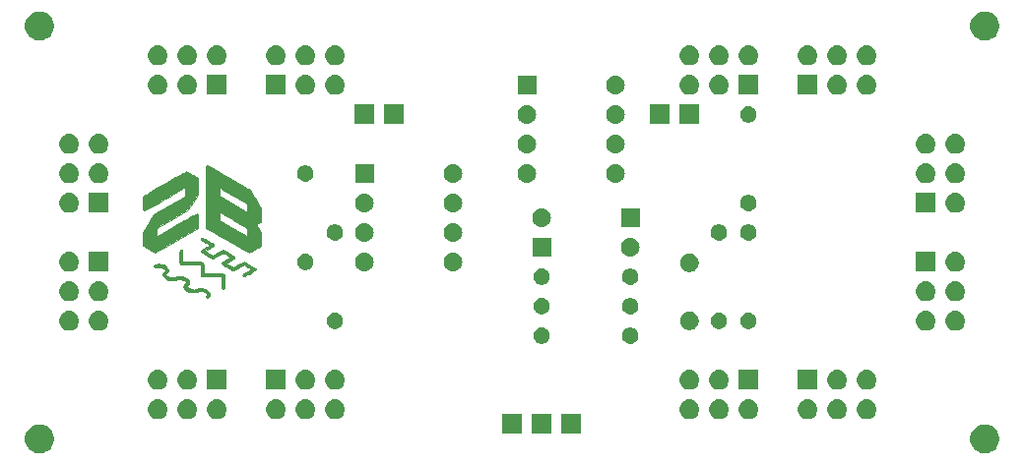
<source format=gbr>
%TF.GenerationSoftware,KiCad,Pcbnew,(5.0.2)-1*%
%TF.CreationDate,2019-05-02T00:01:05-05:00*%
%TF.ProjectId,vcaMain,7663614d-6169-46e2-9e6b-696361645f70,rev?*%
%TF.SameCoordinates,Original*%
%TF.FileFunction,Soldermask,Bot*%
%TF.FilePolarity,Negative*%
%FSLAX46Y46*%
G04 Gerber Fmt 4.6, Leading zero omitted, Abs format (unit mm)*
G04 Created by KiCad (PCBNEW (5.0.2)-1) date 5/2/2019 12:01:05 AM*
%MOMM*%
%LPD*%
G01*
G04 APERTURE LIST*
%ADD10C,0.010000*%
%ADD11C,0.100000*%
G04 APERTURE END LIST*
D10*
G36*
X119899779Y-102127678D02*
X119910889Y-102121999D01*
X120002456Y-102047908D01*
X120055260Y-101945169D01*
X120065800Y-101866333D01*
X120045172Y-101743899D01*
X119981679Y-101633836D01*
X119872905Y-101533394D01*
X119716432Y-101439821D01*
X119672539Y-101418559D01*
X119563883Y-101372525D01*
X119466570Y-101344978D01*
X119356501Y-101330216D01*
X119278430Y-101325318D01*
X119163343Y-101321965D01*
X119078506Y-101327093D01*
X119003649Y-101343832D01*
X118918506Y-101375313D01*
X118897064Y-101384242D01*
X118793963Y-101423377D01*
X118709362Y-101441975D01*
X118617542Y-101444510D01*
X118567273Y-101441621D01*
X118403284Y-101412116D01*
X118249411Y-101351914D01*
X118122066Y-101268109D01*
X118085888Y-101233540D01*
X118023677Y-101166851D01*
X118143038Y-101057265D01*
X118209816Y-100992003D01*
X118245842Y-100941604D01*
X118260262Y-100889486D01*
X118262400Y-100840779D01*
X118239111Y-100703375D01*
X118168757Y-100581777D01*
X118050609Y-100475021D01*
X117932200Y-100405121D01*
X117712467Y-100319118D01*
X117494598Y-100282106D01*
X117281710Y-100294308D01*
X117101141Y-100345860D01*
X116994894Y-100383839D01*
X116906474Y-100401438D01*
X116809322Y-100402989D01*
X116766609Y-100400417D01*
X116598876Y-100370364D01*
X116442977Y-100309006D01*
X116314631Y-100223121D01*
X116281574Y-100191167D01*
X116218448Y-100123504D01*
X116324268Y-100035605D01*
X116421858Y-99930844D01*
X116468963Y-99821672D01*
X116465542Y-99709693D01*
X116411553Y-99596510D01*
X116337953Y-99511896D01*
X116196815Y-99404555D01*
X116028510Y-99321328D01*
X115845827Y-99265409D01*
X115661559Y-99239992D01*
X115488496Y-99248270D01*
X115385609Y-99274105D01*
X115313782Y-99304137D01*
X115258928Y-99334564D01*
X115252259Y-99339600D01*
X115218073Y-99396429D01*
X115222580Y-99463775D01*
X115263544Y-99522063D01*
X115273969Y-99529661D01*
X115317453Y-99552525D01*
X115359450Y-99553315D01*
X115421989Y-99531701D01*
X115432667Y-99527275D01*
X115558697Y-99498160D01*
X115706486Y-99500500D01*
X115860932Y-99530794D01*
X116006936Y-99585537D01*
X116129397Y-99661228D01*
X116170087Y-99698328D01*
X116242747Y-99774168D01*
X116136729Y-99862232D01*
X116038673Y-99966238D01*
X115991304Y-100073290D01*
X115994623Y-100183443D01*
X116048632Y-100296755D01*
X116153334Y-100413281D01*
X116157124Y-100416707D01*
X116319445Y-100532133D01*
X116508744Y-100609159D01*
X116729743Y-100649589D01*
X116776853Y-100653358D01*
X116889648Y-100658165D01*
X116974252Y-100652968D01*
X117052813Y-100634570D01*
X117147146Y-100599907D01*
X117293785Y-100553327D01*
X117427270Y-100533544D01*
X117444290Y-100533201D01*
X117588752Y-100550242D01*
X117737648Y-100596391D01*
X117871610Y-100664186D01*
X117956581Y-100730551D01*
X118007786Y-100783700D01*
X118026498Y-100814680D01*
X118016766Y-100836610D01*
X117994681Y-100853973D01*
X117877295Y-100954445D01*
X117808374Y-101052995D01*
X117789671Y-101110842D01*
X117793331Y-101224128D01*
X117843777Y-101336926D01*
X117937153Y-101444794D01*
X118069598Y-101543289D01*
X118237255Y-101627967D01*
X118239622Y-101628946D01*
X118371126Y-101667583D01*
X118523720Y-101688131D01*
X118681263Y-101690566D01*
X118827612Y-101674867D01*
X118946626Y-101641013D01*
X118969794Y-101629936D01*
X119115820Y-101579546D01*
X119279150Y-101570445D01*
X119449205Y-101601459D01*
X119615407Y-101671414D01*
X119675850Y-101708296D01*
X119764141Y-101778123D01*
X119803920Y-101837838D01*
X119796011Y-101889445D01*
X119763312Y-101921279D01*
X119719734Y-101978941D01*
X119714355Y-102051105D01*
X119748542Y-102117286D01*
X119750114Y-102118886D01*
X119791922Y-102151185D01*
X119835545Y-102153995D01*
X119899779Y-102127678D01*
X119899779Y-102127678D01*
G37*
X119899779Y-102127678D02*
X119910889Y-102121999D01*
X120002456Y-102047908D01*
X120055260Y-101945169D01*
X120065800Y-101866333D01*
X120045172Y-101743899D01*
X119981679Y-101633836D01*
X119872905Y-101533394D01*
X119716432Y-101439821D01*
X119672539Y-101418559D01*
X119563883Y-101372525D01*
X119466570Y-101344978D01*
X119356501Y-101330216D01*
X119278430Y-101325318D01*
X119163343Y-101321965D01*
X119078506Y-101327093D01*
X119003649Y-101343832D01*
X118918506Y-101375313D01*
X118897064Y-101384242D01*
X118793963Y-101423377D01*
X118709362Y-101441975D01*
X118617542Y-101444510D01*
X118567273Y-101441621D01*
X118403284Y-101412116D01*
X118249411Y-101351914D01*
X118122066Y-101268109D01*
X118085888Y-101233540D01*
X118023677Y-101166851D01*
X118143038Y-101057265D01*
X118209816Y-100992003D01*
X118245842Y-100941604D01*
X118260262Y-100889486D01*
X118262400Y-100840779D01*
X118239111Y-100703375D01*
X118168757Y-100581777D01*
X118050609Y-100475021D01*
X117932200Y-100405121D01*
X117712467Y-100319118D01*
X117494598Y-100282106D01*
X117281710Y-100294308D01*
X117101141Y-100345860D01*
X116994894Y-100383839D01*
X116906474Y-100401438D01*
X116809322Y-100402989D01*
X116766609Y-100400417D01*
X116598876Y-100370364D01*
X116442977Y-100309006D01*
X116314631Y-100223121D01*
X116281574Y-100191167D01*
X116218448Y-100123504D01*
X116324268Y-100035605D01*
X116421858Y-99930844D01*
X116468963Y-99821672D01*
X116465542Y-99709693D01*
X116411553Y-99596510D01*
X116337953Y-99511896D01*
X116196815Y-99404555D01*
X116028510Y-99321328D01*
X115845827Y-99265409D01*
X115661559Y-99239992D01*
X115488496Y-99248270D01*
X115385609Y-99274105D01*
X115313782Y-99304137D01*
X115258928Y-99334564D01*
X115252259Y-99339600D01*
X115218073Y-99396429D01*
X115222580Y-99463775D01*
X115263544Y-99522063D01*
X115273969Y-99529661D01*
X115317453Y-99552525D01*
X115359450Y-99553315D01*
X115421989Y-99531701D01*
X115432667Y-99527275D01*
X115558697Y-99498160D01*
X115706486Y-99500500D01*
X115860932Y-99530794D01*
X116006936Y-99585537D01*
X116129397Y-99661228D01*
X116170087Y-99698328D01*
X116242747Y-99774168D01*
X116136729Y-99862232D01*
X116038673Y-99966238D01*
X115991304Y-100073290D01*
X115994623Y-100183443D01*
X116048632Y-100296755D01*
X116153334Y-100413281D01*
X116157124Y-100416707D01*
X116319445Y-100532133D01*
X116508744Y-100609159D01*
X116729743Y-100649589D01*
X116776853Y-100653358D01*
X116889648Y-100658165D01*
X116974252Y-100652968D01*
X117052813Y-100634570D01*
X117147146Y-100599907D01*
X117293785Y-100553327D01*
X117427270Y-100533544D01*
X117444290Y-100533201D01*
X117588752Y-100550242D01*
X117737648Y-100596391D01*
X117871610Y-100664186D01*
X117956581Y-100730551D01*
X118007786Y-100783700D01*
X118026498Y-100814680D01*
X118016766Y-100836610D01*
X117994681Y-100853973D01*
X117877295Y-100954445D01*
X117808374Y-101052995D01*
X117789671Y-101110842D01*
X117793331Y-101224128D01*
X117843777Y-101336926D01*
X117937153Y-101444794D01*
X118069598Y-101543289D01*
X118237255Y-101627967D01*
X118239622Y-101628946D01*
X118371126Y-101667583D01*
X118523720Y-101688131D01*
X118681263Y-101690566D01*
X118827612Y-101674867D01*
X118946626Y-101641013D01*
X118969794Y-101629936D01*
X119115820Y-101579546D01*
X119279150Y-101570445D01*
X119449205Y-101601459D01*
X119615407Y-101671414D01*
X119675850Y-101708296D01*
X119764141Y-101778123D01*
X119803920Y-101837838D01*
X119796011Y-101889445D01*
X119763312Y-101921279D01*
X119719734Y-101978941D01*
X119714355Y-102051105D01*
X119748542Y-102117286D01*
X119750114Y-102118886D01*
X119791922Y-102151185D01*
X119835545Y-102153995D01*
X119899779Y-102127678D01*
G36*
X121216011Y-101368795D02*
X121248421Y-101357098D01*
X121272444Y-101330488D01*
X121289325Y-101283142D01*
X121300313Y-101209240D01*
X121306655Y-101102959D01*
X121309598Y-100958478D01*
X121310389Y-100769974D01*
X121310400Y-100734586D01*
X121310143Y-100551743D01*
X121308990Y-100412846D01*
X121306370Y-100311044D01*
X121301709Y-100239485D01*
X121294434Y-100191317D01*
X121283973Y-100159688D01*
X121269752Y-100137746D01*
X121259600Y-100126800D01*
X121243888Y-100113036D01*
X121223638Y-100102008D01*
X121193475Y-100093416D01*
X121148022Y-100086956D01*
X121081904Y-100082325D01*
X120989743Y-100079221D01*
X120866165Y-100077339D01*
X120705793Y-100076379D01*
X120503251Y-100076036D01*
X120357900Y-100076000D01*
X119507000Y-100076000D01*
X119507000Y-99598480D01*
X119505763Y-99408852D01*
X119501913Y-99266478D01*
X119495241Y-99167869D01*
X119485537Y-99109536D01*
X119476520Y-99090480D01*
X119452966Y-99081638D01*
X119399430Y-99074489D01*
X119312410Y-99068915D01*
X119188408Y-99064798D01*
X119023923Y-99062018D01*
X118815456Y-99060459D01*
X118574820Y-99060000D01*
X117703600Y-99060000D01*
X117703600Y-98569780D01*
X117702414Y-98377908D01*
X117698719Y-98233245D01*
X117692308Y-98132253D01*
X117682974Y-98071394D01*
X117673120Y-98049080D01*
X117616835Y-98021661D01*
X117548241Y-98022324D01*
X117491097Y-98048824D01*
X117475893Y-98067731D01*
X117466980Y-98109903D01*
X117459899Y-98193381D01*
X117454649Y-98308706D01*
X117451231Y-98446417D01*
X117449644Y-98597054D01*
X117449889Y-98751156D01*
X117451965Y-98899263D01*
X117455873Y-99031915D01*
X117461613Y-99139651D01*
X117469184Y-99213012D01*
X117475893Y-99239470D01*
X117484893Y-99252608D01*
X117499779Y-99263170D01*
X117525693Y-99271438D01*
X117567777Y-99277692D01*
X117631172Y-99282211D01*
X117721019Y-99285276D01*
X117842459Y-99287167D01*
X118000634Y-99288164D01*
X118200686Y-99288547D01*
X118377593Y-99288600D01*
X119253000Y-99288600D01*
X119253000Y-99760170D01*
X119254418Y-99927307D01*
X119258430Y-100070542D01*
X119264668Y-100182600D01*
X119272764Y-100256207D01*
X119279293Y-100280870D01*
X119288293Y-100294008D01*
X119303179Y-100304570D01*
X119329093Y-100312838D01*
X119371177Y-100319092D01*
X119434572Y-100323611D01*
X119524419Y-100326676D01*
X119645859Y-100328567D01*
X119804034Y-100329564D01*
X120004086Y-100329947D01*
X120180993Y-100330000D01*
X121056400Y-100330000D01*
X121056400Y-100820221D01*
X121057002Y-101001234D01*
X121059697Y-101137704D01*
X121065819Y-101235881D01*
X121076701Y-101302016D01*
X121093676Y-101342358D01*
X121118077Y-101363159D01*
X121151238Y-101370670D01*
X121173965Y-101371401D01*
X121216011Y-101368795D01*
X121216011Y-101368795D01*
G37*
X121216011Y-101368795D02*
X121248421Y-101357098D01*
X121272444Y-101330488D01*
X121289325Y-101283142D01*
X121300313Y-101209240D01*
X121306655Y-101102959D01*
X121309598Y-100958478D01*
X121310389Y-100769974D01*
X121310400Y-100734586D01*
X121310143Y-100551743D01*
X121308990Y-100412846D01*
X121306370Y-100311044D01*
X121301709Y-100239485D01*
X121294434Y-100191317D01*
X121283973Y-100159688D01*
X121269752Y-100137746D01*
X121259600Y-100126800D01*
X121243888Y-100113036D01*
X121223638Y-100102008D01*
X121193475Y-100093416D01*
X121148022Y-100086956D01*
X121081904Y-100082325D01*
X120989743Y-100079221D01*
X120866165Y-100077339D01*
X120705793Y-100076379D01*
X120503251Y-100076036D01*
X120357900Y-100076000D01*
X119507000Y-100076000D01*
X119507000Y-99598480D01*
X119505763Y-99408852D01*
X119501913Y-99266478D01*
X119495241Y-99167869D01*
X119485537Y-99109536D01*
X119476520Y-99090480D01*
X119452966Y-99081638D01*
X119399430Y-99074489D01*
X119312410Y-99068915D01*
X119188408Y-99064798D01*
X119023923Y-99062018D01*
X118815456Y-99060459D01*
X118574820Y-99060000D01*
X117703600Y-99060000D01*
X117703600Y-98569780D01*
X117702414Y-98377908D01*
X117698719Y-98233245D01*
X117692308Y-98132253D01*
X117682974Y-98071394D01*
X117673120Y-98049080D01*
X117616835Y-98021661D01*
X117548241Y-98022324D01*
X117491097Y-98048824D01*
X117475893Y-98067731D01*
X117466980Y-98109903D01*
X117459899Y-98193381D01*
X117454649Y-98308706D01*
X117451231Y-98446417D01*
X117449644Y-98597054D01*
X117449889Y-98751156D01*
X117451965Y-98899263D01*
X117455873Y-99031915D01*
X117461613Y-99139651D01*
X117469184Y-99213012D01*
X117475893Y-99239470D01*
X117484893Y-99252608D01*
X117499779Y-99263170D01*
X117525693Y-99271438D01*
X117567777Y-99277692D01*
X117631172Y-99282211D01*
X117721019Y-99285276D01*
X117842459Y-99287167D01*
X118000634Y-99288164D01*
X118200686Y-99288547D01*
X118377593Y-99288600D01*
X119253000Y-99288600D01*
X119253000Y-99760170D01*
X119254418Y-99927307D01*
X119258430Y-100070542D01*
X119264668Y-100182600D01*
X119272764Y-100256207D01*
X119279293Y-100280870D01*
X119288293Y-100294008D01*
X119303179Y-100304570D01*
X119329093Y-100312838D01*
X119371177Y-100319092D01*
X119434572Y-100323611D01*
X119524419Y-100326676D01*
X119645859Y-100328567D01*
X119804034Y-100329564D01*
X120004086Y-100329947D01*
X120180993Y-100330000D01*
X121056400Y-100330000D01*
X121056400Y-100820221D01*
X121057002Y-101001234D01*
X121059697Y-101137704D01*
X121065819Y-101235881D01*
X121076701Y-101302016D01*
X121093676Y-101342358D01*
X121118077Y-101363159D01*
X121151238Y-101370670D01*
X121173965Y-101371401D01*
X121216011Y-101368795D01*
G36*
X123015050Y-100317540D02*
X123087650Y-100283265D01*
X123187187Y-100231832D01*
X123305455Y-100167902D01*
X123434242Y-100096132D01*
X123565341Y-100021180D01*
X123690542Y-99947705D01*
X123801637Y-99880365D01*
X123890415Y-99823819D01*
X123948668Y-99782725D01*
X123961683Y-99771561D01*
X123992159Y-99735570D01*
X124003602Y-99700549D01*
X123992194Y-99662794D01*
X123954121Y-99618600D01*
X123885566Y-99564261D01*
X123782713Y-99496072D01*
X123641746Y-99410328D01*
X123510052Y-99333050D01*
X123368041Y-99251888D01*
X123238035Y-99180323D01*
X123127353Y-99122166D01*
X123043309Y-99081226D01*
X122993222Y-99061311D01*
X122985566Y-99060000D01*
X122946969Y-99072191D01*
X122872385Y-99106126D01*
X122769647Y-99157854D01*
X122646590Y-99223424D01*
X122511047Y-99298882D01*
X122503076Y-99303417D01*
X122075731Y-99546834D01*
X121762915Y-99364398D01*
X121650861Y-99298928D01*
X121555818Y-99243169D01*
X121485748Y-99201811D01*
X121448614Y-99179543D01*
X121444801Y-99177066D01*
X121463787Y-99163391D01*
X121519708Y-99128611D01*
X121605489Y-99076995D01*
X121714056Y-99012812D01*
X121806607Y-98958746D01*
X121953604Y-98871658D01*
X122060698Y-98803365D01*
X122133025Y-98749167D01*
X122175721Y-98704361D01*
X122193920Y-98664245D01*
X122192760Y-98624117D01*
X122188653Y-98608957D01*
X122163179Y-98583479D01*
X122100973Y-98538377D01*
X122009920Y-98478313D01*
X121897908Y-98407949D01*
X121772823Y-98331947D01*
X121642551Y-98254970D01*
X121514979Y-98181679D01*
X121397993Y-98116735D01*
X121299479Y-98064802D01*
X121227325Y-98030540D01*
X121189970Y-98018600D01*
X121153831Y-98030734D01*
X121081514Y-98064507D01*
X120980727Y-98115977D01*
X120859180Y-98181200D01*
X120724583Y-98256234D01*
X120718128Y-98259900D01*
X120585646Y-98334820D01*
X120468612Y-98400265D01*
X120374043Y-98452373D01*
X120308958Y-98487279D01*
X120280376Y-98501119D01*
X120279874Y-98501200D01*
X120254149Y-98489107D01*
X120192820Y-98455875D01*
X120104098Y-98406074D01*
X119996195Y-98344274D01*
X119952452Y-98318934D01*
X119638783Y-98136667D01*
X120011041Y-97918593D01*
X120146832Y-97838660D01*
X120244820Y-97779166D01*
X120311163Y-97735099D01*
X120352023Y-97701442D01*
X120373559Y-97673183D01*
X120381930Y-97645308D01*
X120383300Y-97615571D01*
X120381958Y-97586782D01*
X120374283Y-97561230D01*
X120354800Y-97534717D01*
X120318034Y-97503047D01*
X120258510Y-97462022D01*
X120170753Y-97407446D01*
X120049289Y-97335121D01*
X119913400Y-97255353D01*
X119771370Y-97173563D01*
X119641280Y-97101303D01*
X119530436Y-97042419D01*
X119446140Y-97000755D01*
X119395699Y-96980158D01*
X119387790Y-96978641D01*
X119331204Y-96997077D01*
X119294444Y-97030934D01*
X119272488Y-97073696D01*
X119272631Y-97114948D01*
X119299235Y-97159269D01*
X119356663Y-97211238D01*
X119449281Y-97275433D01*
X119581451Y-97356433D01*
X119634295Y-97387516D01*
X119752707Y-97457233D01*
X119855797Y-97518926D01*
X119935448Y-97567661D01*
X119983543Y-97598502D01*
X119993459Y-97605900D01*
X119979563Y-97624703D01*
X119928138Y-97663828D01*
X119845941Y-97718712D01*
X119739732Y-97784789D01*
X119648128Y-97839097D01*
X119505361Y-97923364D01*
X119401807Y-97988527D01*
X119331936Y-98039540D01*
X119290220Y-98081355D01*
X119271128Y-98118928D01*
X119269133Y-98157212D01*
X119272300Y-98175810D01*
X119295736Y-98199339D01*
X119355795Y-98243053D01*
X119444776Y-98302320D01*
X119554977Y-98372505D01*
X119678699Y-98448973D01*
X119808241Y-98527090D01*
X119935901Y-98602222D01*
X120053979Y-98669735D01*
X120154775Y-98724993D01*
X120230587Y-98763363D01*
X120273715Y-98780210D01*
X120277260Y-98780600D01*
X120309511Y-98768549D01*
X120378299Y-98734994D01*
X120476172Y-98683839D01*
X120595675Y-98618984D01*
X120729353Y-98544332D01*
X120738237Y-98539300D01*
X120871792Y-98464299D01*
X120990803Y-98398798D01*
X121088028Y-98346674D01*
X121156226Y-98311806D01*
X121188154Y-98298071D01*
X121188881Y-98298000D01*
X121218369Y-98310097D01*
X121281831Y-98342770D01*
X121369598Y-98390593D01*
X121472004Y-98448138D01*
X121579380Y-98509979D01*
X121682060Y-98570690D01*
X121763898Y-98620775D01*
X121784414Y-98635523D01*
X121791382Y-98650585D01*
X121779594Y-98670221D01*
X121743839Y-98698689D01*
X121678906Y-98740249D01*
X121579587Y-98799159D01*
X121462903Y-98866827D01*
X121339763Y-98939755D01*
X121231613Y-99007081D01*
X121146485Y-99063546D01*
X121092414Y-99103892D01*
X121077705Y-99119018D01*
X121064273Y-99179429D01*
X121068695Y-99211126D01*
X121093549Y-99235548D01*
X121154888Y-99280275D01*
X121244978Y-99340612D01*
X121356082Y-99411862D01*
X121480464Y-99489331D01*
X121610389Y-99568322D01*
X121738121Y-99644139D01*
X121855923Y-99712087D01*
X121956061Y-99767470D01*
X122030798Y-99805592D01*
X122072398Y-99821756D01*
X122075041Y-99822001D01*
X122105309Y-99809882D01*
X122172311Y-99776095D01*
X122268857Y-99724494D01*
X122387758Y-99658933D01*
X122521825Y-99583264D01*
X122542934Y-99571203D01*
X122981157Y-99320406D01*
X123282385Y-99494875D01*
X123392684Y-99559853D01*
X123485836Y-99616808D01*
X123553601Y-99660541D01*
X123587736Y-99685855D01*
X123590145Y-99688936D01*
X123571675Y-99707812D01*
X123516456Y-99746649D01*
X123432034Y-99800535D01*
X123325954Y-99864557D01*
X123272687Y-99895639D01*
X123154164Y-99964949D01*
X123048710Y-100028213D01*
X122965518Y-100079799D01*
X122913783Y-100114070D01*
X122904250Y-100121412D01*
X122863812Y-100182820D01*
X122863645Y-100248219D01*
X122898315Y-100302158D01*
X122962388Y-100329183D01*
X122977598Y-100330001D01*
X123015050Y-100317540D01*
X123015050Y-100317540D01*
G37*
X123015050Y-100317540D02*
X123087650Y-100283265D01*
X123187187Y-100231832D01*
X123305455Y-100167902D01*
X123434242Y-100096132D01*
X123565341Y-100021180D01*
X123690542Y-99947705D01*
X123801637Y-99880365D01*
X123890415Y-99823819D01*
X123948668Y-99782725D01*
X123961683Y-99771561D01*
X123992159Y-99735570D01*
X124003602Y-99700549D01*
X123992194Y-99662794D01*
X123954121Y-99618600D01*
X123885566Y-99564261D01*
X123782713Y-99496072D01*
X123641746Y-99410328D01*
X123510052Y-99333050D01*
X123368041Y-99251888D01*
X123238035Y-99180323D01*
X123127353Y-99122166D01*
X123043309Y-99081226D01*
X122993222Y-99061311D01*
X122985566Y-99060000D01*
X122946969Y-99072191D01*
X122872385Y-99106126D01*
X122769647Y-99157854D01*
X122646590Y-99223424D01*
X122511047Y-99298882D01*
X122503076Y-99303417D01*
X122075731Y-99546834D01*
X121762915Y-99364398D01*
X121650861Y-99298928D01*
X121555818Y-99243169D01*
X121485748Y-99201811D01*
X121448614Y-99179543D01*
X121444801Y-99177066D01*
X121463787Y-99163391D01*
X121519708Y-99128611D01*
X121605489Y-99076995D01*
X121714056Y-99012812D01*
X121806607Y-98958746D01*
X121953604Y-98871658D01*
X122060698Y-98803365D01*
X122133025Y-98749167D01*
X122175721Y-98704361D01*
X122193920Y-98664245D01*
X122192760Y-98624117D01*
X122188653Y-98608957D01*
X122163179Y-98583479D01*
X122100973Y-98538377D01*
X122009920Y-98478313D01*
X121897908Y-98407949D01*
X121772823Y-98331947D01*
X121642551Y-98254970D01*
X121514979Y-98181679D01*
X121397993Y-98116735D01*
X121299479Y-98064802D01*
X121227325Y-98030540D01*
X121189970Y-98018600D01*
X121153831Y-98030734D01*
X121081514Y-98064507D01*
X120980727Y-98115977D01*
X120859180Y-98181200D01*
X120724583Y-98256234D01*
X120718128Y-98259900D01*
X120585646Y-98334820D01*
X120468612Y-98400265D01*
X120374043Y-98452373D01*
X120308958Y-98487279D01*
X120280376Y-98501119D01*
X120279874Y-98501200D01*
X120254149Y-98489107D01*
X120192820Y-98455875D01*
X120104098Y-98406074D01*
X119996195Y-98344274D01*
X119952452Y-98318934D01*
X119638783Y-98136667D01*
X120011041Y-97918593D01*
X120146832Y-97838660D01*
X120244820Y-97779166D01*
X120311163Y-97735099D01*
X120352023Y-97701442D01*
X120373559Y-97673183D01*
X120381930Y-97645308D01*
X120383300Y-97615571D01*
X120381958Y-97586782D01*
X120374283Y-97561230D01*
X120354800Y-97534717D01*
X120318034Y-97503047D01*
X120258510Y-97462022D01*
X120170753Y-97407446D01*
X120049289Y-97335121D01*
X119913400Y-97255353D01*
X119771370Y-97173563D01*
X119641280Y-97101303D01*
X119530436Y-97042419D01*
X119446140Y-97000755D01*
X119395699Y-96980158D01*
X119387790Y-96978641D01*
X119331204Y-96997077D01*
X119294444Y-97030934D01*
X119272488Y-97073696D01*
X119272631Y-97114948D01*
X119299235Y-97159269D01*
X119356663Y-97211238D01*
X119449281Y-97275433D01*
X119581451Y-97356433D01*
X119634295Y-97387516D01*
X119752707Y-97457233D01*
X119855797Y-97518926D01*
X119935448Y-97567661D01*
X119983543Y-97598502D01*
X119993459Y-97605900D01*
X119979563Y-97624703D01*
X119928138Y-97663828D01*
X119845941Y-97718712D01*
X119739732Y-97784789D01*
X119648128Y-97839097D01*
X119505361Y-97923364D01*
X119401807Y-97988527D01*
X119331936Y-98039540D01*
X119290220Y-98081355D01*
X119271128Y-98118928D01*
X119269133Y-98157212D01*
X119272300Y-98175810D01*
X119295736Y-98199339D01*
X119355795Y-98243053D01*
X119444776Y-98302320D01*
X119554977Y-98372505D01*
X119678699Y-98448973D01*
X119808241Y-98527090D01*
X119935901Y-98602222D01*
X120053979Y-98669735D01*
X120154775Y-98724993D01*
X120230587Y-98763363D01*
X120273715Y-98780210D01*
X120277260Y-98780600D01*
X120309511Y-98768549D01*
X120378299Y-98734994D01*
X120476172Y-98683839D01*
X120595675Y-98618984D01*
X120729353Y-98544332D01*
X120738237Y-98539300D01*
X120871792Y-98464299D01*
X120990803Y-98398798D01*
X121088028Y-98346674D01*
X121156226Y-98311806D01*
X121188154Y-98298071D01*
X121188881Y-98298000D01*
X121218369Y-98310097D01*
X121281831Y-98342770D01*
X121369598Y-98390593D01*
X121472004Y-98448138D01*
X121579380Y-98509979D01*
X121682060Y-98570690D01*
X121763898Y-98620775D01*
X121784414Y-98635523D01*
X121791382Y-98650585D01*
X121779594Y-98670221D01*
X121743839Y-98698689D01*
X121678906Y-98740249D01*
X121579587Y-98799159D01*
X121462903Y-98866827D01*
X121339763Y-98939755D01*
X121231613Y-99007081D01*
X121146485Y-99063546D01*
X121092414Y-99103892D01*
X121077705Y-99119018D01*
X121064273Y-99179429D01*
X121068695Y-99211126D01*
X121093549Y-99235548D01*
X121154888Y-99280275D01*
X121244978Y-99340612D01*
X121356082Y-99411862D01*
X121480464Y-99489331D01*
X121610389Y-99568322D01*
X121738121Y-99644139D01*
X121855923Y-99712087D01*
X121956061Y-99767470D01*
X122030798Y-99805592D01*
X122072398Y-99821756D01*
X122075041Y-99822001D01*
X122105309Y-99809882D01*
X122172311Y-99776095D01*
X122268857Y-99724494D01*
X122387758Y-99658933D01*
X122521825Y-99583264D01*
X122542934Y-99571203D01*
X122981157Y-99320406D01*
X123282385Y-99494875D01*
X123392684Y-99559853D01*
X123485836Y-99616808D01*
X123553601Y-99660541D01*
X123587736Y-99685855D01*
X123590145Y-99688936D01*
X123571675Y-99707812D01*
X123516456Y-99746649D01*
X123432034Y-99800535D01*
X123325954Y-99864557D01*
X123272687Y-99895639D01*
X123154164Y-99964949D01*
X123048710Y-100028213D01*
X122965518Y-100079799D01*
X122913783Y-100114070D01*
X122904250Y-100121412D01*
X122863812Y-100182820D01*
X122863645Y-100248219D01*
X122898315Y-100302158D01*
X122962388Y-100329183D01*
X122977598Y-100330001D01*
X123015050Y-100317540D01*
G36*
X115372294Y-98233655D02*
X115448029Y-98196153D01*
X115563387Y-98135145D01*
X115716302Y-98051783D01*
X115904710Y-97947221D01*
X116126543Y-97822609D01*
X116379736Y-97679100D01*
X116662224Y-97517847D01*
X116971941Y-97340002D01*
X117221000Y-97196339D01*
X119037100Y-96146879D01*
X119037100Y-94933724D01*
X118972408Y-94910973D01*
X118956233Y-94908906D01*
X118931983Y-94913017D01*
X118896683Y-94924919D01*
X118847356Y-94946225D01*
X118781026Y-94978549D01*
X118694716Y-95023504D01*
X118585451Y-95082703D01*
X118450253Y-95157760D01*
X118286147Y-95250288D01*
X118090156Y-95361901D01*
X117859304Y-95494211D01*
X117590615Y-95648832D01*
X117281111Y-95827377D01*
X117270608Y-95833441D01*
X117004007Y-95987407D01*
X116748698Y-96134925D01*
X116508331Y-96273883D01*
X116286552Y-96402168D01*
X116087009Y-96517668D01*
X115913350Y-96618272D01*
X115769224Y-96701866D01*
X115658277Y-96766338D01*
X115584159Y-96809576D01*
X115550950Y-96829202D01*
X115468400Y-96879744D01*
X115469776Y-96126300D01*
X116794819Y-95363759D01*
X118119863Y-94601218D01*
X118584831Y-93930358D01*
X119049800Y-93259498D01*
X119049800Y-92556886D01*
X119049557Y-92347984D01*
X119048598Y-92184050D01*
X119046571Y-92059253D01*
X119043127Y-91967761D01*
X119037917Y-91903743D01*
X119030590Y-91861369D01*
X119020798Y-91834807D01*
X119008190Y-91818227D01*
X119005350Y-91815639D01*
X118964933Y-91786991D01*
X118890777Y-91740369D01*
X118790915Y-91680333D01*
X118673379Y-91611445D01*
X118546202Y-91538264D01*
X118417416Y-91465353D01*
X118295053Y-91397272D01*
X118187147Y-91338582D01*
X118101728Y-91293844D01*
X118046831Y-91267619D01*
X118031471Y-91262656D01*
X118004454Y-91275158D01*
X117936816Y-91311269D01*
X117831877Y-91369107D01*
X117692960Y-91446788D01*
X117523383Y-91542433D01*
X117326470Y-91654158D01*
X117105539Y-91780081D01*
X116863913Y-91918321D01*
X116604912Y-92066997D01*
X116331856Y-92224225D01*
X116179600Y-92312098D01*
X115815255Y-92522949D01*
X115494033Y-92709717D01*
X115214724Y-92873131D01*
X114976119Y-93013916D01*
X114777012Y-93132800D01*
X114616191Y-93230508D01*
X114492450Y-93307768D01*
X114404580Y-93365307D01*
X114351372Y-93403850D01*
X114332124Y-93422893D01*
X114322786Y-93466590D01*
X114315066Y-93551308D01*
X114309049Y-93667288D01*
X114304817Y-93804775D01*
X114302454Y-93954011D01*
X114302044Y-94105239D01*
X114303670Y-94248703D01*
X114307415Y-94374646D01*
X114313363Y-94473311D01*
X114321597Y-94534941D01*
X114322580Y-94538800D01*
X114330860Y-94565734D01*
X114341512Y-94587286D01*
X114357386Y-94602082D01*
X114381334Y-94608747D01*
X114416206Y-94605907D01*
X114464855Y-94592187D01*
X114530131Y-94566214D01*
X114614886Y-94526612D01*
X114721971Y-94472008D01*
X114854237Y-94401027D01*
X115014536Y-94312294D01*
X115205718Y-94204435D01*
X115430636Y-94076077D01*
X115692140Y-93925843D01*
X115993082Y-93752361D01*
X116190583Y-93638376D01*
X116459733Y-93483092D01*
X116715992Y-93335397D01*
X116955978Y-93197229D01*
X117176313Y-93070528D01*
X117373616Y-92957232D01*
X117544506Y-92859280D01*
X117685604Y-92778611D01*
X117793530Y-92717165D01*
X117864904Y-92676880D01*
X117896344Y-92659695D01*
X117897539Y-92659200D01*
X117900831Y-92683108D01*
X117902748Y-92748891D01*
X117903202Y-92847642D01*
X117902108Y-92970453D01*
X117901129Y-93029009D01*
X117894100Y-93398817D01*
X116566718Y-94165659D01*
X115239337Y-94932500D01*
X114776018Y-95732600D01*
X114312700Y-96532700D01*
X114305758Y-97066100D01*
X114304143Y-97263712D01*
X114305229Y-97415757D01*
X114309235Y-97527408D01*
X114316384Y-97603837D01*
X114326897Y-97650218D01*
X114331158Y-97659840D01*
X114364368Y-97693165D01*
X114434369Y-97744983D01*
X114532831Y-97810443D01*
X114651426Y-97884692D01*
X114781826Y-97962879D01*
X114915702Y-98040153D01*
X115044726Y-98111662D01*
X115160569Y-98172555D01*
X115254904Y-98217979D01*
X115319401Y-98243084D01*
X115338249Y-98246500D01*
X115372294Y-98233655D01*
X115372294Y-98233655D01*
G37*
X115372294Y-98233655D02*
X115448029Y-98196153D01*
X115563387Y-98135145D01*
X115716302Y-98051783D01*
X115904710Y-97947221D01*
X116126543Y-97822609D01*
X116379736Y-97679100D01*
X116662224Y-97517847D01*
X116971941Y-97340002D01*
X117221000Y-97196339D01*
X119037100Y-96146879D01*
X119037100Y-94933724D01*
X118972408Y-94910973D01*
X118956233Y-94908906D01*
X118931983Y-94913017D01*
X118896683Y-94924919D01*
X118847356Y-94946225D01*
X118781026Y-94978549D01*
X118694716Y-95023504D01*
X118585451Y-95082703D01*
X118450253Y-95157760D01*
X118286147Y-95250288D01*
X118090156Y-95361901D01*
X117859304Y-95494211D01*
X117590615Y-95648832D01*
X117281111Y-95827377D01*
X117270608Y-95833441D01*
X117004007Y-95987407D01*
X116748698Y-96134925D01*
X116508331Y-96273883D01*
X116286552Y-96402168D01*
X116087009Y-96517668D01*
X115913350Y-96618272D01*
X115769224Y-96701866D01*
X115658277Y-96766338D01*
X115584159Y-96809576D01*
X115550950Y-96829202D01*
X115468400Y-96879744D01*
X115469776Y-96126300D01*
X116794819Y-95363759D01*
X118119863Y-94601218D01*
X118584831Y-93930358D01*
X119049800Y-93259498D01*
X119049800Y-92556886D01*
X119049557Y-92347984D01*
X119048598Y-92184050D01*
X119046571Y-92059253D01*
X119043127Y-91967761D01*
X119037917Y-91903743D01*
X119030590Y-91861369D01*
X119020798Y-91834807D01*
X119008190Y-91818227D01*
X119005350Y-91815639D01*
X118964933Y-91786991D01*
X118890777Y-91740369D01*
X118790915Y-91680333D01*
X118673379Y-91611445D01*
X118546202Y-91538264D01*
X118417416Y-91465353D01*
X118295053Y-91397272D01*
X118187147Y-91338582D01*
X118101728Y-91293844D01*
X118046831Y-91267619D01*
X118031471Y-91262656D01*
X118004454Y-91275158D01*
X117936816Y-91311269D01*
X117831877Y-91369107D01*
X117692960Y-91446788D01*
X117523383Y-91542433D01*
X117326470Y-91654158D01*
X117105539Y-91780081D01*
X116863913Y-91918321D01*
X116604912Y-92066997D01*
X116331856Y-92224225D01*
X116179600Y-92312098D01*
X115815255Y-92522949D01*
X115494033Y-92709717D01*
X115214724Y-92873131D01*
X114976119Y-93013916D01*
X114777012Y-93132800D01*
X114616191Y-93230508D01*
X114492450Y-93307768D01*
X114404580Y-93365307D01*
X114351372Y-93403850D01*
X114332124Y-93422893D01*
X114322786Y-93466590D01*
X114315066Y-93551308D01*
X114309049Y-93667288D01*
X114304817Y-93804775D01*
X114302454Y-93954011D01*
X114302044Y-94105239D01*
X114303670Y-94248703D01*
X114307415Y-94374646D01*
X114313363Y-94473311D01*
X114321597Y-94534941D01*
X114322580Y-94538800D01*
X114330860Y-94565734D01*
X114341512Y-94587286D01*
X114357386Y-94602082D01*
X114381334Y-94608747D01*
X114416206Y-94605907D01*
X114464855Y-94592187D01*
X114530131Y-94566214D01*
X114614886Y-94526612D01*
X114721971Y-94472008D01*
X114854237Y-94401027D01*
X115014536Y-94312294D01*
X115205718Y-94204435D01*
X115430636Y-94076077D01*
X115692140Y-93925843D01*
X115993082Y-93752361D01*
X116190583Y-93638376D01*
X116459733Y-93483092D01*
X116715992Y-93335397D01*
X116955978Y-93197229D01*
X117176313Y-93070528D01*
X117373616Y-92957232D01*
X117544506Y-92859280D01*
X117685604Y-92778611D01*
X117793530Y-92717165D01*
X117864904Y-92676880D01*
X117896344Y-92659695D01*
X117897539Y-92659200D01*
X117900831Y-92683108D01*
X117902748Y-92748891D01*
X117903202Y-92847642D01*
X117902108Y-92970453D01*
X117901129Y-93029009D01*
X117894100Y-93398817D01*
X116566718Y-94165659D01*
X115239337Y-94932500D01*
X114776018Y-95732600D01*
X114312700Y-96532700D01*
X114305758Y-97066100D01*
X114304143Y-97263712D01*
X114305229Y-97415757D01*
X114309235Y-97527408D01*
X114316384Y-97603837D01*
X114326897Y-97650218D01*
X114331158Y-97659840D01*
X114364368Y-97693165D01*
X114434369Y-97744983D01*
X114532831Y-97810443D01*
X114651426Y-97884692D01*
X114781826Y-97962879D01*
X114915702Y-98040153D01*
X115044726Y-98111662D01*
X115160569Y-98172555D01*
X115254904Y-98217979D01*
X115319401Y-98243084D01*
X115338249Y-98246500D01*
X115372294Y-98233655D01*
G36*
X123461778Y-98234972D02*
X123534319Y-98201365D01*
X123633855Y-98150999D01*
X123752064Y-98088490D01*
X123880620Y-98018458D01*
X124011201Y-97945521D01*
X124135481Y-97874297D01*
X124245136Y-97809404D01*
X124331843Y-97755460D01*
X124387277Y-97717085D01*
X124399788Y-97706140D01*
X124411088Y-97668841D01*
X124421621Y-97583302D01*
X124431189Y-97452080D01*
X124439594Y-97277734D01*
X124444991Y-97121045D01*
X124461506Y-96566390D01*
X124256634Y-96208712D01*
X124176672Y-96066603D01*
X124121723Y-95962476D01*
X124089566Y-95891431D01*
X124077977Y-95848568D01*
X124084431Y-95829185D01*
X124121935Y-95806214D01*
X124189324Y-95766689D01*
X124272243Y-95719027D01*
X124275022Y-95717445D01*
X124362438Y-95663957D01*
X124413971Y-95620485D01*
X124440226Y-95576564D01*
X124448058Y-95546727D01*
X124452340Y-95496755D01*
X124455338Y-95405296D01*
X124456938Y-95281648D01*
X124457028Y-95135111D01*
X124455494Y-94974983D01*
X124455236Y-94957900D01*
X124447300Y-94449900D01*
X124005401Y-93687900D01*
X123899699Y-93506681D01*
X123799971Y-93337695D01*
X123709556Y-93186450D01*
X123631796Y-93058458D01*
X123570030Y-92959227D01*
X123527599Y-92894268D01*
X123510101Y-92870962D01*
X123477612Y-92847383D01*
X123405509Y-92801523D01*
X123297803Y-92735687D01*
X123158508Y-92652180D01*
X122991636Y-92553306D01*
X122801200Y-92441370D01*
X122591212Y-92318677D01*
X122365686Y-92187532D01*
X122128634Y-92050240D01*
X121884069Y-91909106D01*
X121636003Y-91766433D01*
X121388449Y-91624528D01*
X121145420Y-91485694D01*
X120910929Y-91352238D01*
X120688988Y-91226462D01*
X120483610Y-91110673D01*
X120298808Y-91007176D01*
X120138594Y-90918274D01*
X120006981Y-90846273D01*
X119907982Y-90793477D01*
X119845609Y-90762192D01*
X119824789Y-90754200D01*
X119766369Y-90768477D01*
X119738592Y-90788695D01*
X119733672Y-90809866D01*
X119729360Y-90861979D01*
X119725641Y-90946840D01*
X119722500Y-91066251D01*
X119719924Y-91222018D01*
X119717896Y-91415944D01*
X119716403Y-91649834D01*
X119715428Y-91925492D01*
X119714958Y-92244721D01*
X119714978Y-92609327D01*
X119715472Y-93021113D01*
X119716237Y-93390800D01*
X120853200Y-93390800D01*
X120853200Y-93025000D01*
X120853895Y-92895255D01*
X120855807Y-92785758D01*
X120858675Y-92705471D01*
X120862238Y-92663355D01*
X120863837Y-92659200D01*
X120887203Y-92671535D01*
X120950489Y-92706994D01*
X121049644Y-92763260D01*
X121180619Y-92838013D01*
X121339365Y-92928937D01*
X121521830Y-93033713D01*
X121723966Y-93150023D01*
X121941721Y-93275549D01*
X122063638Y-93345921D01*
X122288603Y-93475987D01*
X122500396Y-93598734D01*
X122694916Y-93711765D01*
X122868065Y-93812684D01*
X123015741Y-93899093D01*
X123133845Y-93968596D01*
X123218276Y-94018797D01*
X123264934Y-94047299D01*
X123272924Y-94052765D01*
X123279687Y-94084177D01*
X123284463Y-94156637D01*
X123286917Y-94260424D01*
X123286715Y-94385811D01*
X123285973Y-94432019D01*
X123278900Y-94791150D01*
X120853200Y-93390800D01*
X119716237Y-93390800D01*
X119716426Y-93481883D01*
X119716432Y-93484412D01*
X119721250Y-95467139D01*
X120853200Y-95467139D01*
X120853200Y-95104570D01*
X120854279Y-94975438D01*
X120857248Y-94866595D01*
X120861699Y-94787040D01*
X120867225Y-94745773D01*
X120869583Y-94742000D01*
X120894055Y-94754320D01*
X120958460Y-94789742D01*
X121058744Y-94845962D01*
X121190849Y-94920677D01*
X121350721Y-95011583D01*
X121534303Y-95116374D01*
X121737539Y-95232748D01*
X121956373Y-95358401D01*
X122088026Y-95434150D01*
X123290085Y-96126300D01*
X123290842Y-96502390D01*
X123291600Y-96878480D01*
X123183650Y-96813847D01*
X123140617Y-96788559D01*
X123058272Y-96740623D01*
X122941315Y-96672759D01*
X122794446Y-96587690D01*
X122622365Y-96488134D01*
X122429772Y-96376812D01*
X122221367Y-96256446D01*
X122001851Y-96129754D01*
X121964450Y-96108177D01*
X120853200Y-95467139D01*
X119721250Y-95467139D01*
X119722900Y-96145635D01*
X120599200Y-96651897D01*
X120832513Y-96786680D01*
X121097544Y-96939772D01*
X121382016Y-97104083D01*
X121673654Y-97272522D01*
X121960180Y-97437999D01*
X122229319Y-97593423D01*
X122418528Y-97702680D01*
X122629532Y-97823682D01*
X122825038Y-97934170D01*
X123000627Y-98031754D01*
X123151881Y-98114041D01*
X123274381Y-98178640D01*
X123363709Y-98223160D01*
X123415446Y-98245208D01*
X123424558Y-98247200D01*
X123461778Y-98234972D01*
X123461778Y-98234972D01*
G37*
X123461778Y-98234972D02*
X123534319Y-98201365D01*
X123633855Y-98150999D01*
X123752064Y-98088490D01*
X123880620Y-98018458D01*
X124011201Y-97945521D01*
X124135481Y-97874297D01*
X124245136Y-97809404D01*
X124331843Y-97755460D01*
X124387277Y-97717085D01*
X124399788Y-97706140D01*
X124411088Y-97668841D01*
X124421621Y-97583302D01*
X124431189Y-97452080D01*
X124439594Y-97277734D01*
X124444991Y-97121045D01*
X124461506Y-96566390D01*
X124256634Y-96208712D01*
X124176672Y-96066603D01*
X124121723Y-95962476D01*
X124089566Y-95891431D01*
X124077977Y-95848568D01*
X124084431Y-95829185D01*
X124121935Y-95806214D01*
X124189324Y-95766689D01*
X124272243Y-95719027D01*
X124275022Y-95717445D01*
X124362438Y-95663957D01*
X124413971Y-95620485D01*
X124440226Y-95576564D01*
X124448058Y-95546727D01*
X124452340Y-95496755D01*
X124455338Y-95405296D01*
X124456938Y-95281648D01*
X124457028Y-95135111D01*
X124455494Y-94974983D01*
X124455236Y-94957900D01*
X124447300Y-94449900D01*
X124005401Y-93687900D01*
X123899699Y-93506681D01*
X123799971Y-93337695D01*
X123709556Y-93186450D01*
X123631796Y-93058458D01*
X123570030Y-92959227D01*
X123527599Y-92894268D01*
X123510101Y-92870962D01*
X123477612Y-92847383D01*
X123405509Y-92801523D01*
X123297803Y-92735687D01*
X123158508Y-92652180D01*
X122991636Y-92553306D01*
X122801200Y-92441370D01*
X122591212Y-92318677D01*
X122365686Y-92187532D01*
X122128634Y-92050240D01*
X121884069Y-91909106D01*
X121636003Y-91766433D01*
X121388449Y-91624528D01*
X121145420Y-91485694D01*
X120910929Y-91352238D01*
X120688988Y-91226462D01*
X120483610Y-91110673D01*
X120298808Y-91007176D01*
X120138594Y-90918274D01*
X120006981Y-90846273D01*
X119907982Y-90793477D01*
X119845609Y-90762192D01*
X119824789Y-90754200D01*
X119766369Y-90768477D01*
X119738592Y-90788695D01*
X119733672Y-90809866D01*
X119729360Y-90861979D01*
X119725641Y-90946840D01*
X119722500Y-91066251D01*
X119719924Y-91222018D01*
X119717896Y-91415944D01*
X119716403Y-91649834D01*
X119715428Y-91925492D01*
X119714958Y-92244721D01*
X119714978Y-92609327D01*
X119715472Y-93021113D01*
X119716237Y-93390800D01*
X120853200Y-93390800D01*
X120853200Y-93025000D01*
X120853895Y-92895255D01*
X120855807Y-92785758D01*
X120858675Y-92705471D01*
X120862238Y-92663355D01*
X120863837Y-92659200D01*
X120887203Y-92671535D01*
X120950489Y-92706994D01*
X121049644Y-92763260D01*
X121180619Y-92838013D01*
X121339365Y-92928937D01*
X121521830Y-93033713D01*
X121723966Y-93150023D01*
X121941721Y-93275549D01*
X122063638Y-93345921D01*
X122288603Y-93475987D01*
X122500396Y-93598734D01*
X122694916Y-93711765D01*
X122868065Y-93812684D01*
X123015741Y-93899093D01*
X123133845Y-93968596D01*
X123218276Y-94018797D01*
X123264934Y-94047299D01*
X123272924Y-94052765D01*
X123279687Y-94084177D01*
X123284463Y-94156637D01*
X123286917Y-94260424D01*
X123286715Y-94385811D01*
X123285973Y-94432019D01*
X123278900Y-94791150D01*
X120853200Y-93390800D01*
X119716237Y-93390800D01*
X119716426Y-93481883D01*
X119716432Y-93484412D01*
X119721250Y-95467139D01*
X120853200Y-95467139D01*
X120853200Y-95104570D01*
X120854279Y-94975438D01*
X120857248Y-94866595D01*
X120861699Y-94787040D01*
X120867225Y-94745773D01*
X120869583Y-94742000D01*
X120894055Y-94754320D01*
X120958460Y-94789742D01*
X121058744Y-94845962D01*
X121190849Y-94920677D01*
X121350721Y-95011583D01*
X121534303Y-95116374D01*
X121737539Y-95232748D01*
X121956373Y-95358401D01*
X122088026Y-95434150D01*
X123290085Y-96126300D01*
X123290842Y-96502390D01*
X123291600Y-96878480D01*
X123183650Y-96813847D01*
X123140617Y-96788559D01*
X123058272Y-96740623D01*
X122941315Y-96672759D01*
X122794446Y-96587690D01*
X122622365Y-96488134D01*
X122429772Y-96376812D01*
X122221367Y-96256446D01*
X122001851Y-96129754D01*
X121964450Y-96108177D01*
X120853200Y-95467139D01*
X119721250Y-95467139D01*
X119722900Y-96145635D01*
X120599200Y-96651897D01*
X120832513Y-96786680D01*
X121097544Y-96939772D01*
X121382016Y-97104083D01*
X121673654Y-97272522D01*
X121960180Y-97437999D01*
X122229319Y-97593423D01*
X122418528Y-97702680D01*
X122629532Y-97823682D01*
X122825038Y-97934170D01*
X123000627Y-98031754D01*
X123151881Y-98114041D01*
X123274381Y-98178640D01*
X123363709Y-98223160D01*
X123415446Y-98245208D01*
X123424558Y-98247200D01*
X123461778Y-98234972D01*
D11*
G36*
X187054612Y-113098037D02*
X187282096Y-113192264D01*
X187486831Y-113329064D01*
X187660936Y-113503169D01*
X187797736Y-113707904D01*
X187891963Y-113935388D01*
X187940000Y-114176885D01*
X187940000Y-114423115D01*
X187891963Y-114664612D01*
X187797736Y-114892096D01*
X187660936Y-115096831D01*
X187486831Y-115270936D01*
X187282096Y-115407736D01*
X187054612Y-115501963D01*
X186813115Y-115550000D01*
X186566885Y-115550000D01*
X186325388Y-115501963D01*
X186097904Y-115407736D01*
X185893169Y-115270936D01*
X185719064Y-115096831D01*
X185582264Y-114892096D01*
X185488037Y-114664612D01*
X185440000Y-114423115D01*
X185440000Y-114176885D01*
X185488037Y-113935388D01*
X185582264Y-113707904D01*
X185719064Y-113503169D01*
X185893169Y-113329064D01*
X186097904Y-113192264D01*
X186325388Y-113098037D01*
X186566885Y-113050000D01*
X186813115Y-113050000D01*
X187054612Y-113098037D01*
X187054612Y-113098037D01*
G37*
G36*
X105774612Y-113098037D02*
X106002096Y-113192264D01*
X106206831Y-113329064D01*
X106380936Y-113503169D01*
X106517736Y-113707904D01*
X106611963Y-113935388D01*
X106660000Y-114176885D01*
X106660000Y-114423115D01*
X106611963Y-114664612D01*
X106517736Y-114892096D01*
X106380936Y-115096831D01*
X106206831Y-115270936D01*
X106002096Y-115407736D01*
X105774612Y-115501963D01*
X105533115Y-115550000D01*
X105286885Y-115550000D01*
X105045388Y-115501963D01*
X104817904Y-115407736D01*
X104613169Y-115270936D01*
X104439064Y-115096831D01*
X104302264Y-114892096D01*
X104208037Y-114664612D01*
X104160000Y-114423115D01*
X104160000Y-114176885D01*
X104208037Y-113935388D01*
X104302264Y-113707904D01*
X104439064Y-113503169D01*
X104613169Y-113329064D01*
X104817904Y-113192264D01*
X105045388Y-113098037D01*
X105286885Y-113050000D01*
X105533115Y-113050000D01*
X105774612Y-113098037D01*
X105774612Y-113098037D01*
G37*
G36*
X151980000Y-113880000D02*
X150280000Y-113880000D01*
X150280000Y-112180000D01*
X151980000Y-112180000D01*
X151980000Y-113880000D01*
X151980000Y-113880000D01*
G37*
G36*
X146900000Y-113880000D02*
X145200000Y-113880000D01*
X145200000Y-112180000D01*
X146900000Y-112180000D01*
X146900000Y-113880000D01*
X146900000Y-113880000D01*
G37*
G36*
X149440000Y-113880000D02*
X147740000Y-113880000D01*
X147740000Y-112180000D01*
X149440000Y-112180000D01*
X149440000Y-113880000D01*
X149440000Y-113880000D01*
G37*
G36*
X125896630Y-110922299D02*
X126056855Y-110970903D01*
X126204520Y-111049831D01*
X126333949Y-111156051D01*
X126440169Y-111285480D01*
X126519097Y-111433145D01*
X126567701Y-111593370D01*
X126584112Y-111760000D01*
X126567701Y-111926630D01*
X126519097Y-112086855D01*
X126440169Y-112234520D01*
X126333949Y-112363949D01*
X126204520Y-112470169D01*
X126056855Y-112549097D01*
X125896630Y-112597701D01*
X125771752Y-112610000D01*
X125688248Y-112610000D01*
X125563370Y-112597701D01*
X125403145Y-112549097D01*
X125255480Y-112470169D01*
X125126051Y-112363949D01*
X125019831Y-112234520D01*
X124940903Y-112086855D01*
X124892299Y-111926630D01*
X124875888Y-111760000D01*
X124892299Y-111593370D01*
X124940903Y-111433145D01*
X125019831Y-111285480D01*
X125126051Y-111156051D01*
X125255480Y-111049831D01*
X125403145Y-110970903D01*
X125563370Y-110922299D01*
X125688248Y-110910000D01*
X125771752Y-110910000D01*
X125896630Y-110922299D01*
X125896630Y-110922299D01*
G37*
G36*
X120816630Y-110922299D02*
X120976855Y-110970903D01*
X121124520Y-111049831D01*
X121253949Y-111156051D01*
X121360169Y-111285480D01*
X121439097Y-111433145D01*
X121487701Y-111593370D01*
X121504112Y-111760000D01*
X121487701Y-111926630D01*
X121439097Y-112086855D01*
X121360169Y-112234520D01*
X121253949Y-112363949D01*
X121124520Y-112470169D01*
X120976855Y-112549097D01*
X120816630Y-112597701D01*
X120691752Y-112610000D01*
X120608248Y-112610000D01*
X120483370Y-112597701D01*
X120323145Y-112549097D01*
X120175480Y-112470169D01*
X120046051Y-112363949D01*
X119939831Y-112234520D01*
X119860903Y-112086855D01*
X119812299Y-111926630D01*
X119795888Y-111760000D01*
X119812299Y-111593370D01*
X119860903Y-111433145D01*
X119939831Y-111285480D01*
X120046051Y-111156051D01*
X120175480Y-111049831D01*
X120323145Y-110970903D01*
X120483370Y-110922299D01*
X120608248Y-110910000D01*
X120691752Y-110910000D01*
X120816630Y-110922299D01*
X120816630Y-110922299D01*
G37*
G36*
X118276630Y-110922299D02*
X118436855Y-110970903D01*
X118584520Y-111049831D01*
X118713949Y-111156051D01*
X118820169Y-111285480D01*
X118899097Y-111433145D01*
X118947701Y-111593370D01*
X118964112Y-111760000D01*
X118947701Y-111926630D01*
X118899097Y-112086855D01*
X118820169Y-112234520D01*
X118713949Y-112363949D01*
X118584520Y-112470169D01*
X118436855Y-112549097D01*
X118276630Y-112597701D01*
X118151752Y-112610000D01*
X118068248Y-112610000D01*
X117943370Y-112597701D01*
X117783145Y-112549097D01*
X117635480Y-112470169D01*
X117506051Y-112363949D01*
X117399831Y-112234520D01*
X117320903Y-112086855D01*
X117272299Y-111926630D01*
X117255888Y-111760000D01*
X117272299Y-111593370D01*
X117320903Y-111433145D01*
X117399831Y-111285480D01*
X117506051Y-111156051D01*
X117635480Y-111049831D01*
X117783145Y-110970903D01*
X117943370Y-110922299D01*
X118068248Y-110910000D01*
X118151752Y-110910000D01*
X118276630Y-110922299D01*
X118276630Y-110922299D01*
G37*
G36*
X171616630Y-110922299D02*
X171776855Y-110970903D01*
X171924520Y-111049831D01*
X172053949Y-111156051D01*
X172160169Y-111285480D01*
X172239097Y-111433145D01*
X172287701Y-111593370D01*
X172304112Y-111760000D01*
X172287701Y-111926630D01*
X172239097Y-112086855D01*
X172160169Y-112234520D01*
X172053949Y-112363949D01*
X171924520Y-112470169D01*
X171776855Y-112549097D01*
X171616630Y-112597701D01*
X171491752Y-112610000D01*
X171408248Y-112610000D01*
X171283370Y-112597701D01*
X171123145Y-112549097D01*
X170975480Y-112470169D01*
X170846051Y-112363949D01*
X170739831Y-112234520D01*
X170660903Y-112086855D01*
X170612299Y-111926630D01*
X170595888Y-111760000D01*
X170612299Y-111593370D01*
X170660903Y-111433145D01*
X170739831Y-111285480D01*
X170846051Y-111156051D01*
X170975480Y-111049831D01*
X171123145Y-110970903D01*
X171283370Y-110922299D01*
X171408248Y-110910000D01*
X171491752Y-110910000D01*
X171616630Y-110922299D01*
X171616630Y-110922299D01*
G37*
G36*
X174156630Y-110922299D02*
X174316855Y-110970903D01*
X174464520Y-111049831D01*
X174593949Y-111156051D01*
X174700169Y-111285480D01*
X174779097Y-111433145D01*
X174827701Y-111593370D01*
X174844112Y-111760000D01*
X174827701Y-111926630D01*
X174779097Y-112086855D01*
X174700169Y-112234520D01*
X174593949Y-112363949D01*
X174464520Y-112470169D01*
X174316855Y-112549097D01*
X174156630Y-112597701D01*
X174031752Y-112610000D01*
X173948248Y-112610000D01*
X173823370Y-112597701D01*
X173663145Y-112549097D01*
X173515480Y-112470169D01*
X173386051Y-112363949D01*
X173279831Y-112234520D01*
X173200903Y-112086855D01*
X173152299Y-111926630D01*
X173135888Y-111760000D01*
X173152299Y-111593370D01*
X173200903Y-111433145D01*
X173279831Y-111285480D01*
X173386051Y-111156051D01*
X173515480Y-111049831D01*
X173663145Y-110970903D01*
X173823370Y-110922299D01*
X173948248Y-110910000D01*
X174031752Y-110910000D01*
X174156630Y-110922299D01*
X174156630Y-110922299D01*
G37*
G36*
X128436630Y-110922299D02*
X128596855Y-110970903D01*
X128744520Y-111049831D01*
X128873949Y-111156051D01*
X128980169Y-111285480D01*
X129059097Y-111433145D01*
X129107701Y-111593370D01*
X129124112Y-111760000D01*
X129107701Y-111926630D01*
X129059097Y-112086855D01*
X128980169Y-112234520D01*
X128873949Y-112363949D01*
X128744520Y-112470169D01*
X128596855Y-112549097D01*
X128436630Y-112597701D01*
X128311752Y-112610000D01*
X128228248Y-112610000D01*
X128103370Y-112597701D01*
X127943145Y-112549097D01*
X127795480Y-112470169D01*
X127666051Y-112363949D01*
X127559831Y-112234520D01*
X127480903Y-112086855D01*
X127432299Y-111926630D01*
X127415888Y-111760000D01*
X127432299Y-111593370D01*
X127480903Y-111433145D01*
X127559831Y-111285480D01*
X127666051Y-111156051D01*
X127795480Y-111049831D01*
X127943145Y-110970903D01*
X128103370Y-110922299D01*
X128228248Y-110910000D01*
X128311752Y-110910000D01*
X128436630Y-110922299D01*
X128436630Y-110922299D01*
G37*
G36*
X130976630Y-110922299D02*
X131136855Y-110970903D01*
X131284520Y-111049831D01*
X131413949Y-111156051D01*
X131520169Y-111285480D01*
X131599097Y-111433145D01*
X131647701Y-111593370D01*
X131664112Y-111760000D01*
X131647701Y-111926630D01*
X131599097Y-112086855D01*
X131520169Y-112234520D01*
X131413949Y-112363949D01*
X131284520Y-112470169D01*
X131136855Y-112549097D01*
X130976630Y-112597701D01*
X130851752Y-112610000D01*
X130768248Y-112610000D01*
X130643370Y-112597701D01*
X130483145Y-112549097D01*
X130335480Y-112470169D01*
X130206051Y-112363949D01*
X130099831Y-112234520D01*
X130020903Y-112086855D01*
X129972299Y-111926630D01*
X129955888Y-111760000D01*
X129972299Y-111593370D01*
X130020903Y-111433145D01*
X130099831Y-111285480D01*
X130206051Y-111156051D01*
X130335480Y-111049831D01*
X130483145Y-110970903D01*
X130643370Y-110922299D01*
X130768248Y-110910000D01*
X130851752Y-110910000D01*
X130976630Y-110922299D01*
X130976630Y-110922299D01*
G37*
G36*
X161456630Y-110922299D02*
X161616855Y-110970903D01*
X161764520Y-111049831D01*
X161893949Y-111156051D01*
X162000169Y-111285480D01*
X162079097Y-111433145D01*
X162127701Y-111593370D01*
X162144112Y-111760000D01*
X162127701Y-111926630D01*
X162079097Y-112086855D01*
X162000169Y-112234520D01*
X161893949Y-112363949D01*
X161764520Y-112470169D01*
X161616855Y-112549097D01*
X161456630Y-112597701D01*
X161331752Y-112610000D01*
X161248248Y-112610000D01*
X161123370Y-112597701D01*
X160963145Y-112549097D01*
X160815480Y-112470169D01*
X160686051Y-112363949D01*
X160579831Y-112234520D01*
X160500903Y-112086855D01*
X160452299Y-111926630D01*
X160435888Y-111760000D01*
X160452299Y-111593370D01*
X160500903Y-111433145D01*
X160579831Y-111285480D01*
X160686051Y-111156051D01*
X160815480Y-111049831D01*
X160963145Y-110970903D01*
X161123370Y-110922299D01*
X161248248Y-110910000D01*
X161331752Y-110910000D01*
X161456630Y-110922299D01*
X161456630Y-110922299D01*
G37*
G36*
X163996630Y-110922299D02*
X164156855Y-110970903D01*
X164304520Y-111049831D01*
X164433949Y-111156051D01*
X164540169Y-111285480D01*
X164619097Y-111433145D01*
X164667701Y-111593370D01*
X164684112Y-111760000D01*
X164667701Y-111926630D01*
X164619097Y-112086855D01*
X164540169Y-112234520D01*
X164433949Y-112363949D01*
X164304520Y-112470169D01*
X164156855Y-112549097D01*
X163996630Y-112597701D01*
X163871752Y-112610000D01*
X163788248Y-112610000D01*
X163663370Y-112597701D01*
X163503145Y-112549097D01*
X163355480Y-112470169D01*
X163226051Y-112363949D01*
X163119831Y-112234520D01*
X163040903Y-112086855D01*
X162992299Y-111926630D01*
X162975888Y-111760000D01*
X162992299Y-111593370D01*
X163040903Y-111433145D01*
X163119831Y-111285480D01*
X163226051Y-111156051D01*
X163355480Y-111049831D01*
X163503145Y-110970903D01*
X163663370Y-110922299D01*
X163788248Y-110910000D01*
X163871752Y-110910000D01*
X163996630Y-110922299D01*
X163996630Y-110922299D01*
G37*
G36*
X166536630Y-110922299D02*
X166696855Y-110970903D01*
X166844520Y-111049831D01*
X166973949Y-111156051D01*
X167080169Y-111285480D01*
X167159097Y-111433145D01*
X167207701Y-111593370D01*
X167224112Y-111760000D01*
X167207701Y-111926630D01*
X167159097Y-112086855D01*
X167080169Y-112234520D01*
X166973949Y-112363949D01*
X166844520Y-112470169D01*
X166696855Y-112549097D01*
X166536630Y-112597701D01*
X166411752Y-112610000D01*
X166328248Y-112610000D01*
X166203370Y-112597701D01*
X166043145Y-112549097D01*
X165895480Y-112470169D01*
X165766051Y-112363949D01*
X165659831Y-112234520D01*
X165580903Y-112086855D01*
X165532299Y-111926630D01*
X165515888Y-111760000D01*
X165532299Y-111593370D01*
X165580903Y-111433145D01*
X165659831Y-111285480D01*
X165766051Y-111156051D01*
X165895480Y-111049831D01*
X166043145Y-110970903D01*
X166203370Y-110922299D01*
X166328248Y-110910000D01*
X166411752Y-110910000D01*
X166536630Y-110922299D01*
X166536630Y-110922299D01*
G37*
G36*
X176696630Y-110922299D02*
X176856855Y-110970903D01*
X177004520Y-111049831D01*
X177133949Y-111156051D01*
X177240169Y-111285480D01*
X177319097Y-111433145D01*
X177367701Y-111593370D01*
X177384112Y-111760000D01*
X177367701Y-111926630D01*
X177319097Y-112086855D01*
X177240169Y-112234520D01*
X177133949Y-112363949D01*
X177004520Y-112470169D01*
X176856855Y-112549097D01*
X176696630Y-112597701D01*
X176571752Y-112610000D01*
X176488248Y-112610000D01*
X176363370Y-112597701D01*
X176203145Y-112549097D01*
X176055480Y-112470169D01*
X175926051Y-112363949D01*
X175819831Y-112234520D01*
X175740903Y-112086855D01*
X175692299Y-111926630D01*
X175675888Y-111760000D01*
X175692299Y-111593370D01*
X175740903Y-111433145D01*
X175819831Y-111285480D01*
X175926051Y-111156051D01*
X176055480Y-111049831D01*
X176203145Y-110970903D01*
X176363370Y-110922299D01*
X176488248Y-110910000D01*
X176571752Y-110910000D01*
X176696630Y-110922299D01*
X176696630Y-110922299D01*
G37*
G36*
X115736630Y-110922299D02*
X115896855Y-110970903D01*
X116044520Y-111049831D01*
X116173949Y-111156051D01*
X116280169Y-111285480D01*
X116359097Y-111433145D01*
X116407701Y-111593370D01*
X116424112Y-111760000D01*
X116407701Y-111926630D01*
X116359097Y-112086855D01*
X116280169Y-112234520D01*
X116173949Y-112363949D01*
X116044520Y-112470169D01*
X115896855Y-112549097D01*
X115736630Y-112597701D01*
X115611752Y-112610000D01*
X115528248Y-112610000D01*
X115403370Y-112597701D01*
X115243145Y-112549097D01*
X115095480Y-112470169D01*
X114966051Y-112363949D01*
X114859831Y-112234520D01*
X114780903Y-112086855D01*
X114732299Y-111926630D01*
X114715888Y-111760000D01*
X114732299Y-111593370D01*
X114780903Y-111433145D01*
X114859831Y-111285480D01*
X114966051Y-111156051D01*
X115095480Y-111049831D01*
X115243145Y-110970903D01*
X115403370Y-110922299D01*
X115528248Y-110910000D01*
X115611752Y-110910000D01*
X115736630Y-110922299D01*
X115736630Y-110922299D01*
G37*
G36*
X130976630Y-108382299D02*
X131136855Y-108430903D01*
X131284520Y-108509831D01*
X131413949Y-108616051D01*
X131520169Y-108745480D01*
X131599097Y-108893145D01*
X131647701Y-109053370D01*
X131664112Y-109220000D01*
X131647701Y-109386630D01*
X131599097Y-109546855D01*
X131520169Y-109694520D01*
X131413949Y-109823949D01*
X131284520Y-109930169D01*
X131136855Y-110009097D01*
X130976630Y-110057701D01*
X130851752Y-110070000D01*
X130768248Y-110070000D01*
X130643370Y-110057701D01*
X130483145Y-110009097D01*
X130335480Y-109930169D01*
X130206051Y-109823949D01*
X130099831Y-109694520D01*
X130020903Y-109546855D01*
X129972299Y-109386630D01*
X129955888Y-109220000D01*
X129972299Y-109053370D01*
X130020903Y-108893145D01*
X130099831Y-108745480D01*
X130206051Y-108616051D01*
X130335480Y-108509831D01*
X130483145Y-108430903D01*
X130643370Y-108382299D01*
X130768248Y-108370000D01*
X130851752Y-108370000D01*
X130976630Y-108382299D01*
X130976630Y-108382299D01*
G37*
G36*
X121500000Y-110070000D02*
X119800000Y-110070000D01*
X119800000Y-108370000D01*
X121500000Y-108370000D01*
X121500000Y-110070000D01*
X121500000Y-110070000D01*
G37*
G36*
X115736630Y-108382299D02*
X115896855Y-108430903D01*
X116044520Y-108509831D01*
X116173949Y-108616051D01*
X116280169Y-108745480D01*
X116359097Y-108893145D01*
X116407701Y-109053370D01*
X116424112Y-109220000D01*
X116407701Y-109386630D01*
X116359097Y-109546855D01*
X116280169Y-109694520D01*
X116173949Y-109823949D01*
X116044520Y-109930169D01*
X115896855Y-110009097D01*
X115736630Y-110057701D01*
X115611752Y-110070000D01*
X115528248Y-110070000D01*
X115403370Y-110057701D01*
X115243145Y-110009097D01*
X115095480Y-109930169D01*
X114966051Y-109823949D01*
X114859831Y-109694520D01*
X114780903Y-109546855D01*
X114732299Y-109386630D01*
X114715888Y-109220000D01*
X114732299Y-109053370D01*
X114780903Y-108893145D01*
X114859831Y-108745480D01*
X114966051Y-108616051D01*
X115095480Y-108509831D01*
X115243145Y-108430903D01*
X115403370Y-108382299D01*
X115528248Y-108370000D01*
X115611752Y-108370000D01*
X115736630Y-108382299D01*
X115736630Y-108382299D01*
G37*
G36*
X167220000Y-110070000D02*
X165520000Y-110070000D01*
X165520000Y-108370000D01*
X167220000Y-108370000D01*
X167220000Y-110070000D01*
X167220000Y-110070000D01*
G37*
G36*
X172300000Y-110070000D02*
X170600000Y-110070000D01*
X170600000Y-108370000D01*
X172300000Y-108370000D01*
X172300000Y-110070000D01*
X172300000Y-110070000D01*
G37*
G36*
X118276630Y-108382299D02*
X118436855Y-108430903D01*
X118584520Y-108509831D01*
X118713949Y-108616051D01*
X118820169Y-108745480D01*
X118899097Y-108893145D01*
X118947701Y-109053370D01*
X118964112Y-109220000D01*
X118947701Y-109386630D01*
X118899097Y-109546855D01*
X118820169Y-109694520D01*
X118713949Y-109823949D01*
X118584520Y-109930169D01*
X118436855Y-110009097D01*
X118276630Y-110057701D01*
X118151752Y-110070000D01*
X118068248Y-110070000D01*
X117943370Y-110057701D01*
X117783145Y-110009097D01*
X117635480Y-109930169D01*
X117506051Y-109823949D01*
X117399831Y-109694520D01*
X117320903Y-109546855D01*
X117272299Y-109386630D01*
X117255888Y-109220000D01*
X117272299Y-109053370D01*
X117320903Y-108893145D01*
X117399831Y-108745480D01*
X117506051Y-108616051D01*
X117635480Y-108509831D01*
X117783145Y-108430903D01*
X117943370Y-108382299D01*
X118068248Y-108370000D01*
X118151752Y-108370000D01*
X118276630Y-108382299D01*
X118276630Y-108382299D01*
G37*
G36*
X174156630Y-108382299D02*
X174316855Y-108430903D01*
X174464520Y-108509831D01*
X174593949Y-108616051D01*
X174700169Y-108745480D01*
X174779097Y-108893145D01*
X174827701Y-109053370D01*
X174844112Y-109220000D01*
X174827701Y-109386630D01*
X174779097Y-109546855D01*
X174700169Y-109694520D01*
X174593949Y-109823949D01*
X174464520Y-109930169D01*
X174316855Y-110009097D01*
X174156630Y-110057701D01*
X174031752Y-110070000D01*
X173948248Y-110070000D01*
X173823370Y-110057701D01*
X173663145Y-110009097D01*
X173515480Y-109930169D01*
X173386051Y-109823949D01*
X173279831Y-109694520D01*
X173200903Y-109546855D01*
X173152299Y-109386630D01*
X173135888Y-109220000D01*
X173152299Y-109053370D01*
X173200903Y-108893145D01*
X173279831Y-108745480D01*
X173386051Y-108616051D01*
X173515480Y-108509831D01*
X173663145Y-108430903D01*
X173823370Y-108382299D01*
X173948248Y-108370000D01*
X174031752Y-108370000D01*
X174156630Y-108382299D01*
X174156630Y-108382299D01*
G37*
G36*
X163996630Y-108382299D02*
X164156855Y-108430903D01*
X164304520Y-108509831D01*
X164433949Y-108616051D01*
X164540169Y-108745480D01*
X164619097Y-108893145D01*
X164667701Y-109053370D01*
X164684112Y-109220000D01*
X164667701Y-109386630D01*
X164619097Y-109546855D01*
X164540169Y-109694520D01*
X164433949Y-109823949D01*
X164304520Y-109930169D01*
X164156855Y-110009097D01*
X163996630Y-110057701D01*
X163871752Y-110070000D01*
X163788248Y-110070000D01*
X163663370Y-110057701D01*
X163503145Y-110009097D01*
X163355480Y-109930169D01*
X163226051Y-109823949D01*
X163119831Y-109694520D01*
X163040903Y-109546855D01*
X162992299Y-109386630D01*
X162975888Y-109220000D01*
X162992299Y-109053370D01*
X163040903Y-108893145D01*
X163119831Y-108745480D01*
X163226051Y-108616051D01*
X163355480Y-108509831D01*
X163503145Y-108430903D01*
X163663370Y-108382299D01*
X163788248Y-108370000D01*
X163871752Y-108370000D01*
X163996630Y-108382299D01*
X163996630Y-108382299D01*
G37*
G36*
X176696630Y-108382299D02*
X176856855Y-108430903D01*
X177004520Y-108509831D01*
X177133949Y-108616051D01*
X177240169Y-108745480D01*
X177319097Y-108893145D01*
X177367701Y-109053370D01*
X177384112Y-109220000D01*
X177367701Y-109386630D01*
X177319097Y-109546855D01*
X177240169Y-109694520D01*
X177133949Y-109823949D01*
X177004520Y-109930169D01*
X176856855Y-110009097D01*
X176696630Y-110057701D01*
X176571752Y-110070000D01*
X176488248Y-110070000D01*
X176363370Y-110057701D01*
X176203145Y-110009097D01*
X176055480Y-109930169D01*
X175926051Y-109823949D01*
X175819831Y-109694520D01*
X175740903Y-109546855D01*
X175692299Y-109386630D01*
X175675888Y-109220000D01*
X175692299Y-109053370D01*
X175740903Y-108893145D01*
X175819831Y-108745480D01*
X175926051Y-108616051D01*
X176055480Y-108509831D01*
X176203145Y-108430903D01*
X176363370Y-108382299D01*
X176488248Y-108370000D01*
X176571752Y-108370000D01*
X176696630Y-108382299D01*
X176696630Y-108382299D01*
G37*
G36*
X126580000Y-110070000D02*
X124880000Y-110070000D01*
X124880000Y-108370000D01*
X126580000Y-108370000D01*
X126580000Y-110070000D01*
X126580000Y-110070000D01*
G37*
G36*
X161456630Y-108382299D02*
X161616855Y-108430903D01*
X161764520Y-108509831D01*
X161893949Y-108616051D01*
X162000169Y-108745480D01*
X162079097Y-108893145D01*
X162127701Y-109053370D01*
X162144112Y-109220000D01*
X162127701Y-109386630D01*
X162079097Y-109546855D01*
X162000169Y-109694520D01*
X161893949Y-109823949D01*
X161764520Y-109930169D01*
X161616855Y-110009097D01*
X161456630Y-110057701D01*
X161331752Y-110070000D01*
X161248248Y-110070000D01*
X161123370Y-110057701D01*
X160963145Y-110009097D01*
X160815480Y-109930169D01*
X160686051Y-109823949D01*
X160579831Y-109694520D01*
X160500903Y-109546855D01*
X160452299Y-109386630D01*
X160435888Y-109220000D01*
X160452299Y-109053370D01*
X160500903Y-108893145D01*
X160579831Y-108745480D01*
X160686051Y-108616051D01*
X160815480Y-108509831D01*
X160963145Y-108430903D01*
X161123370Y-108382299D01*
X161248248Y-108370000D01*
X161331752Y-108370000D01*
X161456630Y-108382299D01*
X161456630Y-108382299D01*
G37*
G36*
X128436630Y-108382299D02*
X128596855Y-108430903D01*
X128744520Y-108509831D01*
X128873949Y-108616051D01*
X128980169Y-108745480D01*
X129059097Y-108893145D01*
X129107701Y-109053370D01*
X129124112Y-109220000D01*
X129107701Y-109386630D01*
X129059097Y-109546855D01*
X128980169Y-109694520D01*
X128873949Y-109823949D01*
X128744520Y-109930169D01*
X128596855Y-110009097D01*
X128436630Y-110057701D01*
X128311752Y-110070000D01*
X128228248Y-110070000D01*
X128103370Y-110057701D01*
X127943145Y-110009097D01*
X127795480Y-109930169D01*
X127666051Y-109823949D01*
X127559831Y-109694520D01*
X127480903Y-109546855D01*
X127432299Y-109386630D01*
X127415888Y-109220000D01*
X127432299Y-109053370D01*
X127480903Y-108893145D01*
X127559831Y-108745480D01*
X127666051Y-108616051D01*
X127795480Y-108509831D01*
X127943145Y-108430903D01*
X128103370Y-108382299D01*
X128228248Y-108370000D01*
X128311752Y-108370000D01*
X128436630Y-108382299D01*
X128436630Y-108382299D01*
G37*
G36*
X148794183Y-104736900D02*
X148921574Y-104789668D01*
X149036224Y-104866274D01*
X149133726Y-104963776D01*
X149143030Y-104977701D01*
X149210332Y-105078426D01*
X149263100Y-105205817D01*
X149290000Y-105341055D01*
X149290000Y-105478945D01*
X149263100Y-105614183D01*
X149210332Y-105741574D01*
X149133726Y-105856224D01*
X149036224Y-105953726D01*
X148921574Y-106030332D01*
X148794183Y-106083100D01*
X148658945Y-106110000D01*
X148521055Y-106110000D01*
X148385817Y-106083100D01*
X148258426Y-106030332D01*
X148143776Y-105953726D01*
X148046274Y-105856224D01*
X147969668Y-105741574D01*
X147916900Y-105614183D01*
X147890000Y-105478945D01*
X147890000Y-105341055D01*
X147916900Y-105205817D01*
X147969668Y-105078426D01*
X148036970Y-104977701D01*
X148046274Y-104963776D01*
X148143776Y-104866274D01*
X148258426Y-104789668D01*
X148385817Y-104736900D01*
X148521055Y-104710000D01*
X148658945Y-104710000D01*
X148794183Y-104736900D01*
X148794183Y-104736900D01*
G37*
G36*
X156347224Y-104720128D02*
X156479175Y-104760155D01*
X156600781Y-104825155D01*
X156707370Y-104912630D01*
X156794845Y-105019219D01*
X156859845Y-105140825D01*
X156899872Y-105272776D01*
X156913387Y-105410000D01*
X156899872Y-105547224D01*
X156859845Y-105679175D01*
X156794845Y-105800781D01*
X156707370Y-105907370D01*
X156600781Y-105994845D01*
X156479175Y-106059845D01*
X156347224Y-106099872D01*
X156244390Y-106110000D01*
X156175610Y-106110000D01*
X156072776Y-106099872D01*
X155940825Y-106059845D01*
X155819219Y-105994845D01*
X155712630Y-105907370D01*
X155625155Y-105800781D01*
X155560155Y-105679175D01*
X155520128Y-105547224D01*
X155506613Y-105410000D01*
X155520128Y-105272776D01*
X155560155Y-105140825D01*
X155625155Y-105019219D01*
X155712630Y-104912630D01*
X155819219Y-104825155D01*
X155940825Y-104760155D01*
X156072776Y-104720128D01*
X156175610Y-104710000D01*
X156244390Y-104710000D01*
X156347224Y-104720128D01*
X156347224Y-104720128D01*
G37*
G36*
X181776630Y-103302299D02*
X181936855Y-103350903D01*
X182084520Y-103429831D01*
X182213949Y-103536051D01*
X182320169Y-103665480D01*
X182399097Y-103813145D01*
X182447701Y-103973370D01*
X182464112Y-104140000D01*
X182447701Y-104306630D01*
X182399097Y-104466855D01*
X182320169Y-104614520D01*
X182213949Y-104743949D01*
X182084520Y-104850169D01*
X181936855Y-104929097D01*
X181776630Y-104977701D01*
X181651752Y-104990000D01*
X181568248Y-104990000D01*
X181443370Y-104977701D01*
X181283145Y-104929097D01*
X181135480Y-104850169D01*
X181006051Y-104743949D01*
X180899831Y-104614520D01*
X180820903Y-104466855D01*
X180772299Y-104306630D01*
X180755888Y-104140000D01*
X180772299Y-103973370D01*
X180820903Y-103813145D01*
X180899831Y-103665480D01*
X181006051Y-103536051D01*
X181135480Y-103429831D01*
X181283145Y-103350903D01*
X181443370Y-103302299D01*
X181568248Y-103290000D01*
X181651752Y-103290000D01*
X181776630Y-103302299D01*
X181776630Y-103302299D01*
G37*
G36*
X110656630Y-103302299D02*
X110816855Y-103350903D01*
X110964520Y-103429831D01*
X111093949Y-103536051D01*
X111200169Y-103665480D01*
X111279097Y-103813145D01*
X111327701Y-103973370D01*
X111344112Y-104140000D01*
X111327701Y-104306630D01*
X111279097Y-104466855D01*
X111200169Y-104614520D01*
X111093949Y-104743949D01*
X110964520Y-104850169D01*
X110816855Y-104929097D01*
X110656630Y-104977701D01*
X110531752Y-104990000D01*
X110448248Y-104990000D01*
X110323370Y-104977701D01*
X110163145Y-104929097D01*
X110015480Y-104850169D01*
X109886051Y-104743949D01*
X109779831Y-104614520D01*
X109700903Y-104466855D01*
X109652299Y-104306630D01*
X109635888Y-104140000D01*
X109652299Y-103973370D01*
X109700903Y-103813145D01*
X109779831Y-103665480D01*
X109886051Y-103536051D01*
X110015480Y-103429831D01*
X110163145Y-103350903D01*
X110323370Y-103302299D01*
X110448248Y-103290000D01*
X110531752Y-103290000D01*
X110656630Y-103302299D01*
X110656630Y-103302299D01*
G37*
G36*
X184316630Y-103302299D02*
X184476855Y-103350903D01*
X184624520Y-103429831D01*
X184753949Y-103536051D01*
X184860169Y-103665480D01*
X184939097Y-103813145D01*
X184987701Y-103973370D01*
X185004112Y-104140000D01*
X184987701Y-104306630D01*
X184939097Y-104466855D01*
X184860169Y-104614520D01*
X184753949Y-104743949D01*
X184624520Y-104850169D01*
X184476855Y-104929097D01*
X184316630Y-104977701D01*
X184191752Y-104990000D01*
X184108248Y-104990000D01*
X183983370Y-104977701D01*
X183823145Y-104929097D01*
X183675480Y-104850169D01*
X183546051Y-104743949D01*
X183439831Y-104614520D01*
X183360903Y-104466855D01*
X183312299Y-104306630D01*
X183295888Y-104140000D01*
X183312299Y-103973370D01*
X183360903Y-103813145D01*
X183439831Y-103665480D01*
X183546051Y-103536051D01*
X183675480Y-103429831D01*
X183823145Y-103350903D01*
X183983370Y-103302299D01*
X184108248Y-103290000D01*
X184191752Y-103290000D01*
X184316630Y-103302299D01*
X184316630Y-103302299D01*
G37*
G36*
X108116630Y-103302299D02*
X108276855Y-103350903D01*
X108424520Y-103429831D01*
X108553949Y-103536051D01*
X108660169Y-103665480D01*
X108739097Y-103813145D01*
X108787701Y-103973370D01*
X108804112Y-104140000D01*
X108787701Y-104306630D01*
X108739097Y-104466855D01*
X108660169Y-104614520D01*
X108553949Y-104743949D01*
X108424520Y-104850169D01*
X108276855Y-104929097D01*
X108116630Y-104977701D01*
X107991752Y-104990000D01*
X107908248Y-104990000D01*
X107783370Y-104977701D01*
X107623145Y-104929097D01*
X107475480Y-104850169D01*
X107346051Y-104743949D01*
X107239831Y-104614520D01*
X107160903Y-104466855D01*
X107112299Y-104306630D01*
X107095888Y-104140000D01*
X107112299Y-103973370D01*
X107160903Y-103813145D01*
X107239831Y-103665480D01*
X107346051Y-103536051D01*
X107475480Y-103429831D01*
X107623145Y-103350903D01*
X107783370Y-103302299D01*
X107908248Y-103290000D01*
X107991752Y-103290000D01*
X108116630Y-103302299D01*
X108116630Y-103302299D01*
G37*
G36*
X161523352Y-103370743D02*
X161668941Y-103431048D01*
X161799973Y-103518601D01*
X161911399Y-103630027D01*
X161998952Y-103761059D01*
X162059257Y-103906648D01*
X162090000Y-104061205D01*
X162090000Y-104218795D01*
X162059257Y-104373352D01*
X161998952Y-104518941D01*
X161911399Y-104649973D01*
X161799973Y-104761399D01*
X161668941Y-104848952D01*
X161523352Y-104909257D01*
X161368795Y-104940000D01*
X161211205Y-104940000D01*
X161056648Y-104909257D01*
X160911059Y-104848952D01*
X160780027Y-104761399D01*
X160668601Y-104649973D01*
X160581048Y-104518941D01*
X160520743Y-104373352D01*
X160490000Y-104218795D01*
X160490000Y-104061205D01*
X160520743Y-103906648D01*
X160581048Y-103761059D01*
X160668601Y-103630027D01*
X160780027Y-103518601D01*
X160911059Y-103431048D01*
X161056648Y-103370743D01*
X161211205Y-103340000D01*
X161368795Y-103340000D01*
X161523352Y-103370743D01*
X161523352Y-103370743D01*
G37*
G36*
X166574183Y-103466900D02*
X166698993Y-103518599D01*
X166701574Y-103519668D01*
X166761743Y-103559871D01*
X166816225Y-103596275D01*
X166913725Y-103693775D01*
X166990332Y-103808426D01*
X167043100Y-103935817D01*
X167070000Y-104071055D01*
X167070000Y-104208945D01*
X167043100Y-104344183D01*
X166992287Y-104466855D01*
X166990332Y-104471574D01*
X166913726Y-104586224D01*
X166816224Y-104683726D01*
X166736643Y-104736900D01*
X166701574Y-104760332D01*
X166574183Y-104813100D01*
X166438945Y-104840000D01*
X166301055Y-104840000D01*
X166165817Y-104813100D01*
X166038426Y-104760332D01*
X166003357Y-104736900D01*
X165923776Y-104683726D01*
X165826274Y-104586224D01*
X165749668Y-104471574D01*
X165747713Y-104466855D01*
X165696900Y-104344183D01*
X165670000Y-104208945D01*
X165670000Y-104071055D01*
X165696900Y-103935817D01*
X165749668Y-103808426D01*
X165826275Y-103693775D01*
X165923775Y-103596275D01*
X165978258Y-103559871D01*
X166038426Y-103519668D01*
X166041007Y-103518599D01*
X166165817Y-103466900D01*
X166301055Y-103440000D01*
X166438945Y-103440000D01*
X166574183Y-103466900D01*
X166574183Y-103466900D01*
G37*
G36*
X131014183Y-103466900D02*
X131138993Y-103518599D01*
X131141574Y-103519668D01*
X131201743Y-103559871D01*
X131256225Y-103596275D01*
X131353725Y-103693775D01*
X131430332Y-103808426D01*
X131483100Y-103935817D01*
X131510000Y-104071055D01*
X131510000Y-104208945D01*
X131483100Y-104344183D01*
X131432287Y-104466855D01*
X131430332Y-104471574D01*
X131353726Y-104586224D01*
X131256224Y-104683726D01*
X131176643Y-104736900D01*
X131141574Y-104760332D01*
X131014183Y-104813100D01*
X130878945Y-104840000D01*
X130741055Y-104840000D01*
X130605817Y-104813100D01*
X130478426Y-104760332D01*
X130443357Y-104736900D01*
X130363776Y-104683726D01*
X130266274Y-104586224D01*
X130189668Y-104471574D01*
X130187713Y-104466855D01*
X130136900Y-104344183D01*
X130110000Y-104208945D01*
X130110000Y-104071055D01*
X130136900Y-103935817D01*
X130189668Y-103808426D01*
X130266275Y-103693775D01*
X130363775Y-103596275D01*
X130418258Y-103559871D01*
X130478426Y-103519668D01*
X130481007Y-103518599D01*
X130605817Y-103466900D01*
X130741055Y-103440000D01*
X130878945Y-103440000D01*
X131014183Y-103466900D01*
X131014183Y-103466900D01*
G37*
G36*
X164034183Y-103466900D02*
X164158993Y-103518599D01*
X164161574Y-103519668D01*
X164221743Y-103559871D01*
X164276225Y-103596275D01*
X164373725Y-103693775D01*
X164450332Y-103808426D01*
X164503100Y-103935817D01*
X164530000Y-104071055D01*
X164530000Y-104208945D01*
X164503100Y-104344183D01*
X164452287Y-104466855D01*
X164450332Y-104471574D01*
X164373726Y-104586224D01*
X164276224Y-104683726D01*
X164196643Y-104736900D01*
X164161574Y-104760332D01*
X164034183Y-104813100D01*
X163898945Y-104840000D01*
X163761055Y-104840000D01*
X163625817Y-104813100D01*
X163498426Y-104760332D01*
X163463357Y-104736900D01*
X163383776Y-104683726D01*
X163286274Y-104586224D01*
X163209668Y-104471574D01*
X163207713Y-104466855D01*
X163156900Y-104344183D01*
X163130000Y-104208945D01*
X163130000Y-104071055D01*
X163156900Y-103935817D01*
X163209668Y-103808426D01*
X163286275Y-103693775D01*
X163383775Y-103596275D01*
X163438258Y-103559871D01*
X163498426Y-103519668D01*
X163501007Y-103518599D01*
X163625817Y-103466900D01*
X163761055Y-103440000D01*
X163898945Y-103440000D01*
X164034183Y-103466900D01*
X164034183Y-103466900D01*
G37*
G36*
X148794183Y-102196900D02*
X148921574Y-102249668D01*
X149036224Y-102326274D01*
X149133726Y-102423776D01*
X149143030Y-102437701D01*
X149210332Y-102538426D01*
X149263100Y-102665817D01*
X149290000Y-102801055D01*
X149290000Y-102938945D01*
X149263100Y-103074183D01*
X149210332Y-103201574D01*
X149133726Y-103316224D01*
X149036224Y-103413726D01*
X148956643Y-103466900D01*
X148921574Y-103490332D01*
X148794183Y-103543100D01*
X148658945Y-103570000D01*
X148521055Y-103570000D01*
X148385817Y-103543100D01*
X148258426Y-103490332D01*
X148223357Y-103466900D01*
X148143776Y-103413726D01*
X148046274Y-103316224D01*
X147969668Y-103201574D01*
X147916900Y-103074183D01*
X147890000Y-102938945D01*
X147890000Y-102801055D01*
X147916900Y-102665817D01*
X147969668Y-102538426D01*
X148036970Y-102437701D01*
X148046274Y-102423776D01*
X148143776Y-102326274D01*
X148258426Y-102249668D01*
X148385817Y-102196900D01*
X148521055Y-102170000D01*
X148658945Y-102170000D01*
X148794183Y-102196900D01*
X148794183Y-102196900D01*
G37*
G36*
X156347224Y-102180128D02*
X156479175Y-102220155D01*
X156600781Y-102285155D01*
X156707370Y-102372630D01*
X156794845Y-102479219D01*
X156859845Y-102600825D01*
X156899872Y-102732776D01*
X156913387Y-102870000D01*
X156899872Y-103007224D01*
X156859845Y-103139175D01*
X156794845Y-103260781D01*
X156707370Y-103367370D01*
X156600781Y-103454845D01*
X156479175Y-103519845D01*
X156347224Y-103559872D01*
X156244390Y-103570000D01*
X156175610Y-103570000D01*
X156072776Y-103559872D01*
X155940825Y-103519845D01*
X155819219Y-103454845D01*
X155712630Y-103367370D01*
X155625155Y-103260781D01*
X155560155Y-103139175D01*
X155520128Y-103007224D01*
X155506613Y-102870000D01*
X155520128Y-102732776D01*
X155560155Y-102600825D01*
X155625155Y-102479219D01*
X155712630Y-102372630D01*
X155819219Y-102285155D01*
X155940825Y-102220155D01*
X156072776Y-102180128D01*
X156175610Y-102170000D01*
X156244390Y-102170000D01*
X156347224Y-102180128D01*
X156347224Y-102180128D01*
G37*
G36*
X108116630Y-100762299D02*
X108276855Y-100810903D01*
X108424520Y-100889831D01*
X108553949Y-100996051D01*
X108660169Y-101125480D01*
X108739097Y-101273145D01*
X108787701Y-101433370D01*
X108804112Y-101600000D01*
X108787701Y-101766630D01*
X108739097Y-101926855D01*
X108660169Y-102074520D01*
X108553949Y-102203949D01*
X108424520Y-102310169D01*
X108276855Y-102389097D01*
X108116630Y-102437701D01*
X107991752Y-102450000D01*
X107908248Y-102450000D01*
X107783370Y-102437701D01*
X107623145Y-102389097D01*
X107475480Y-102310169D01*
X107346051Y-102203949D01*
X107239831Y-102074520D01*
X107160903Y-101926855D01*
X107112299Y-101766630D01*
X107095888Y-101600000D01*
X107112299Y-101433370D01*
X107160903Y-101273145D01*
X107239831Y-101125480D01*
X107346051Y-100996051D01*
X107475480Y-100889831D01*
X107623145Y-100810903D01*
X107783370Y-100762299D01*
X107908248Y-100750000D01*
X107991752Y-100750000D01*
X108116630Y-100762299D01*
X108116630Y-100762299D01*
G37*
G36*
X110656630Y-100762299D02*
X110816855Y-100810903D01*
X110964520Y-100889831D01*
X111093949Y-100996051D01*
X111200169Y-101125480D01*
X111279097Y-101273145D01*
X111327701Y-101433370D01*
X111344112Y-101600000D01*
X111327701Y-101766630D01*
X111279097Y-101926855D01*
X111200169Y-102074520D01*
X111093949Y-102203949D01*
X110964520Y-102310169D01*
X110816855Y-102389097D01*
X110656630Y-102437701D01*
X110531752Y-102450000D01*
X110448248Y-102450000D01*
X110323370Y-102437701D01*
X110163145Y-102389097D01*
X110015480Y-102310169D01*
X109886051Y-102203949D01*
X109779831Y-102074520D01*
X109700903Y-101926855D01*
X109652299Y-101766630D01*
X109635888Y-101600000D01*
X109652299Y-101433370D01*
X109700903Y-101273145D01*
X109779831Y-101125480D01*
X109886051Y-100996051D01*
X110015480Y-100889831D01*
X110163145Y-100810903D01*
X110323370Y-100762299D01*
X110448248Y-100750000D01*
X110531752Y-100750000D01*
X110656630Y-100762299D01*
X110656630Y-100762299D01*
G37*
G36*
X181776630Y-100762299D02*
X181936855Y-100810903D01*
X182084520Y-100889831D01*
X182213949Y-100996051D01*
X182320169Y-101125480D01*
X182399097Y-101273145D01*
X182447701Y-101433370D01*
X182464112Y-101600000D01*
X182447701Y-101766630D01*
X182399097Y-101926855D01*
X182320169Y-102074520D01*
X182213949Y-102203949D01*
X182084520Y-102310169D01*
X181936855Y-102389097D01*
X181776630Y-102437701D01*
X181651752Y-102450000D01*
X181568248Y-102450000D01*
X181443370Y-102437701D01*
X181283145Y-102389097D01*
X181135480Y-102310169D01*
X181006051Y-102203949D01*
X180899831Y-102074520D01*
X180820903Y-101926855D01*
X180772299Y-101766630D01*
X180755888Y-101600000D01*
X180772299Y-101433370D01*
X180820903Y-101273145D01*
X180899831Y-101125480D01*
X181006051Y-100996051D01*
X181135480Y-100889831D01*
X181283145Y-100810903D01*
X181443370Y-100762299D01*
X181568248Y-100750000D01*
X181651752Y-100750000D01*
X181776630Y-100762299D01*
X181776630Y-100762299D01*
G37*
G36*
X184316630Y-100762299D02*
X184476855Y-100810903D01*
X184624520Y-100889831D01*
X184753949Y-100996051D01*
X184860169Y-101125480D01*
X184939097Y-101273145D01*
X184987701Y-101433370D01*
X185004112Y-101600000D01*
X184987701Y-101766630D01*
X184939097Y-101926855D01*
X184860169Y-102074520D01*
X184753949Y-102203949D01*
X184624520Y-102310169D01*
X184476855Y-102389097D01*
X184316630Y-102437701D01*
X184191752Y-102450000D01*
X184108248Y-102450000D01*
X183983370Y-102437701D01*
X183823145Y-102389097D01*
X183675480Y-102310169D01*
X183546051Y-102203949D01*
X183439831Y-102074520D01*
X183360903Y-101926855D01*
X183312299Y-101766630D01*
X183295888Y-101600000D01*
X183312299Y-101433370D01*
X183360903Y-101273145D01*
X183439831Y-101125480D01*
X183546051Y-100996051D01*
X183675480Y-100889831D01*
X183823145Y-100810903D01*
X183983370Y-100762299D01*
X184108248Y-100750000D01*
X184191752Y-100750000D01*
X184316630Y-100762299D01*
X184316630Y-100762299D01*
G37*
G36*
X156347224Y-99640128D02*
X156479175Y-99680155D01*
X156600781Y-99745155D01*
X156707370Y-99832630D01*
X156794845Y-99939219D01*
X156859845Y-100060825D01*
X156899872Y-100192776D01*
X156913387Y-100330000D01*
X156899872Y-100467224D01*
X156859845Y-100599175D01*
X156794845Y-100720781D01*
X156707370Y-100827370D01*
X156600781Y-100914845D01*
X156479175Y-100979845D01*
X156347224Y-101019872D01*
X156244390Y-101030000D01*
X156175610Y-101030000D01*
X156072776Y-101019872D01*
X155940825Y-100979845D01*
X155819219Y-100914845D01*
X155712630Y-100827370D01*
X155625155Y-100720781D01*
X155560155Y-100599175D01*
X155520128Y-100467224D01*
X155506613Y-100330000D01*
X155520128Y-100192776D01*
X155560155Y-100060825D01*
X155625155Y-99939219D01*
X155712630Y-99832630D01*
X155819219Y-99745155D01*
X155940825Y-99680155D01*
X156072776Y-99640128D01*
X156175610Y-99630000D01*
X156244390Y-99630000D01*
X156347224Y-99640128D01*
X156347224Y-99640128D01*
G37*
G36*
X148794183Y-99656900D02*
X148921574Y-99709668D01*
X149036224Y-99786274D01*
X149133726Y-99883776D01*
X149151248Y-99910000D01*
X149210332Y-99998426D01*
X149263100Y-100125817D01*
X149290000Y-100261055D01*
X149290000Y-100398945D01*
X149263100Y-100534183D01*
X149210332Y-100661574D01*
X149133726Y-100776224D01*
X149036224Y-100873726D01*
X148921574Y-100950332D01*
X148794183Y-101003100D01*
X148658945Y-101030000D01*
X148521055Y-101030000D01*
X148385817Y-101003100D01*
X148258426Y-100950332D01*
X148143776Y-100873726D01*
X148046274Y-100776224D01*
X147969668Y-100661574D01*
X147916900Y-100534183D01*
X147890000Y-100398945D01*
X147890000Y-100261055D01*
X147916900Y-100125817D01*
X147969668Y-99998426D01*
X148028752Y-99910000D01*
X148046274Y-99883776D01*
X148143776Y-99786274D01*
X148258426Y-99709668D01*
X148385817Y-99656900D01*
X148521055Y-99630000D01*
X148658945Y-99630000D01*
X148794183Y-99656900D01*
X148794183Y-99656900D01*
G37*
G36*
X161523352Y-98370743D02*
X161668941Y-98431048D01*
X161799973Y-98518601D01*
X161911399Y-98630027D01*
X161998952Y-98761059D01*
X162059257Y-98906648D01*
X162090000Y-99061205D01*
X162090000Y-99218795D01*
X162059257Y-99373352D01*
X161998952Y-99518941D01*
X161911399Y-99649973D01*
X161799973Y-99761399D01*
X161668941Y-99848952D01*
X161523352Y-99909257D01*
X161368795Y-99940000D01*
X161211205Y-99940000D01*
X161056648Y-99909257D01*
X160911059Y-99848952D01*
X160780027Y-99761399D01*
X160668601Y-99649973D01*
X160581048Y-99518941D01*
X160520743Y-99373352D01*
X160490000Y-99218795D01*
X160490000Y-99061205D01*
X160520743Y-98906648D01*
X160581048Y-98761059D01*
X160668601Y-98630027D01*
X160780027Y-98518601D01*
X160911059Y-98431048D01*
X161056648Y-98370743D01*
X161211205Y-98340000D01*
X161368795Y-98340000D01*
X161523352Y-98370743D01*
X161523352Y-98370743D01*
G37*
G36*
X111340000Y-99910000D02*
X109640000Y-99910000D01*
X109640000Y-98210000D01*
X111340000Y-98210000D01*
X111340000Y-99910000D01*
X111340000Y-99910000D01*
G37*
G36*
X108116630Y-98222299D02*
X108276855Y-98270903D01*
X108424520Y-98349831D01*
X108553949Y-98456051D01*
X108660169Y-98585480D01*
X108739097Y-98733145D01*
X108787701Y-98893370D01*
X108804112Y-99060000D01*
X108787701Y-99226630D01*
X108739097Y-99386855D01*
X108660169Y-99534520D01*
X108553949Y-99663949D01*
X108424520Y-99770169D01*
X108276855Y-99849097D01*
X108116630Y-99897701D01*
X107991752Y-99910000D01*
X107908248Y-99910000D01*
X107783370Y-99897701D01*
X107623145Y-99849097D01*
X107475480Y-99770169D01*
X107346051Y-99663949D01*
X107239831Y-99534520D01*
X107160903Y-99386855D01*
X107112299Y-99226630D01*
X107095888Y-99060000D01*
X107112299Y-98893370D01*
X107160903Y-98733145D01*
X107239831Y-98585480D01*
X107346051Y-98456051D01*
X107475480Y-98349831D01*
X107623145Y-98270903D01*
X107783370Y-98222299D01*
X107908248Y-98210000D01*
X107991752Y-98210000D01*
X108116630Y-98222299D01*
X108116630Y-98222299D01*
G37*
G36*
X184316630Y-98222299D02*
X184476855Y-98270903D01*
X184624520Y-98349831D01*
X184753949Y-98456051D01*
X184860169Y-98585480D01*
X184939097Y-98733145D01*
X184987701Y-98893370D01*
X185004112Y-99060000D01*
X184987701Y-99226630D01*
X184939097Y-99386855D01*
X184860169Y-99534520D01*
X184753949Y-99663949D01*
X184624520Y-99770169D01*
X184476855Y-99849097D01*
X184316630Y-99897701D01*
X184191752Y-99910000D01*
X184108248Y-99910000D01*
X183983370Y-99897701D01*
X183823145Y-99849097D01*
X183675480Y-99770169D01*
X183546051Y-99663949D01*
X183439831Y-99534520D01*
X183360903Y-99386855D01*
X183312299Y-99226630D01*
X183295888Y-99060000D01*
X183312299Y-98893370D01*
X183360903Y-98733145D01*
X183439831Y-98585480D01*
X183546051Y-98456051D01*
X183675480Y-98349831D01*
X183823145Y-98270903D01*
X183983370Y-98222299D01*
X184108248Y-98210000D01*
X184191752Y-98210000D01*
X184316630Y-98222299D01*
X184316630Y-98222299D01*
G37*
G36*
X182460000Y-99910000D02*
X180760000Y-99910000D01*
X180760000Y-98210000D01*
X182460000Y-98210000D01*
X182460000Y-99910000D01*
X182460000Y-99910000D01*
G37*
G36*
X133467649Y-98267717D02*
X133506827Y-98271576D01*
X133582228Y-98294449D01*
X133657629Y-98317321D01*
X133796608Y-98391608D01*
X133918422Y-98491578D01*
X134018392Y-98613392D01*
X134092679Y-98752371D01*
X134092679Y-98752372D01*
X134138424Y-98903173D01*
X134153870Y-99060000D01*
X134138424Y-99216827D01*
X134135450Y-99226630D01*
X134092679Y-99367629D01*
X134018392Y-99506608D01*
X133918422Y-99628422D01*
X133796608Y-99728392D01*
X133657629Y-99802679D01*
X133582228Y-99825551D01*
X133506827Y-99848424D01*
X133467649Y-99852283D01*
X133389295Y-99860000D01*
X133310705Y-99860000D01*
X133232351Y-99852283D01*
X133193173Y-99848424D01*
X133117772Y-99825551D01*
X133042371Y-99802679D01*
X132903392Y-99728392D01*
X132781578Y-99628422D01*
X132681608Y-99506608D01*
X132607321Y-99367629D01*
X132564550Y-99226630D01*
X132561576Y-99216827D01*
X132546130Y-99060000D01*
X132561576Y-98903173D01*
X132607321Y-98752372D01*
X132607321Y-98752371D01*
X132681608Y-98613392D01*
X132781578Y-98491578D01*
X132903392Y-98391608D01*
X133042371Y-98317321D01*
X133117772Y-98294449D01*
X133193173Y-98271576D01*
X133232351Y-98267717D01*
X133310705Y-98260000D01*
X133389295Y-98260000D01*
X133467649Y-98267717D01*
X133467649Y-98267717D01*
G37*
G36*
X141087649Y-98267717D02*
X141126827Y-98271576D01*
X141202228Y-98294449D01*
X141277629Y-98317321D01*
X141416608Y-98391608D01*
X141538422Y-98491578D01*
X141638392Y-98613392D01*
X141712679Y-98752371D01*
X141712679Y-98752372D01*
X141758424Y-98903173D01*
X141773870Y-99060000D01*
X141758424Y-99216827D01*
X141755450Y-99226630D01*
X141712679Y-99367629D01*
X141638392Y-99506608D01*
X141538422Y-99628422D01*
X141416608Y-99728392D01*
X141277629Y-99802679D01*
X141202228Y-99825551D01*
X141126827Y-99848424D01*
X141087649Y-99852283D01*
X141009295Y-99860000D01*
X140930705Y-99860000D01*
X140852351Y-99852283D01*
X140813173Y-99848424D01*
X140737772Y-99825551D01*
X140662371Y-99802679D01*
X140523392Y-99728392D01*
X140401578Y-99628422D01*
X140301608Y-99506608D01*
X140227321Y-99367629D01*
X140184550Y-99226630D01*
X140181576Y-99216827D01*
X140166130Y-99060000D01*
X140181576Y-98903173D01*
X140227321Y-98752372D01*
X140227321Y-98752371D01*
X140301608Y-98613392D01*
X140401578Y-98491578D01*
X140523392Y-98391608D01*
X140662371Y-98317321D01*
X140737772Y-98294449D01*
X140813173Y-98271576D01*
X140852351Y-98267717D01*
X140930705Y-98260000D01*
X141009295Y-98260000D01*
X141087649Y-98267717D01*
X141087649Y-98267717D01*
G37*
G36*
X128474183Y-98386900D02*
X128601574Y-98439668D01*
X128716225Y-98516275D01*
X128813725Y-98613775D01*
X128890332Y-98728426D01*
X128943100Y-98855817D01*
X128970000Y-98991055D01*
X128970000Y-99128945D01*
X128943100Y-99264183D01*
X128897880Y-99373351D01*
X128890332Y-99391574D01*
X128813726Y-99506224D01*
X128716224Y-99603726D01*
X128647014Y-99649970D01*
X128601574Y-99680332D01*
X128474183Y-99733100D01*
X128338945Y-99760000D01*
X128201055Y-99760000D01*
X128065817Y-99733100D01*
X127938426Y-99680332D01*
X127892986Y-99649970D01*
X127823776Y-99603726D01*
X127726274Y-99506224D01*
X127649668Y-99391574D01*
X127642120Y-99373351D01*
X127596900Y-99264183D01*
X127570000Y-99128945D01*
X127570000Y-98991055D01*
X127596900Y-98855817D01*
X127649668Y-98728426D01*
X127726275Y-98613775D01*
X127823775Y-98516275D01*
X127938426Y-98439668D01*
X128065817Y-98386900D01*
X128201055Y-98360000D01*
X128338945Y-98360000D01*
X128474183Y-98386900D01*
X128474183Y-98386900D01*
G37*
G36*
X149390000Y-98590000D02*
X147790000Y-98590000D01*
X147790000Y-96990000D01*
X149390000Y-96990000D01*
X149390000Y-98590000D01*
X149390000Y-98590000D01*
G37*
G36*
X156327649Y-96997717D02*
X156366827Y-97001576D01*
X156418893Y-97017370D01*
X156517629Y-97047321D01*
X156656608Y-97121608D01*
X156778422Y-97221578D01*
X156878392Y-97343392D01*
X156952679Y-97482371D01*
X156998424Y-97633174D01*
X157013870Y-97790000D01*
X156998424Y-97946826D01*
X156952679Y-98097629D01*
X156878392Y-98236608D01*
X156778422Y-98358422D01*
X156656608Y-98458392D01*
X156517629Y-98532679D01*
X156442227Y-98555552D01*
X156366827Y-98578424D01*
X156327649Y-98582283D01*
X156249295Y-98590000D01*
X156170705Y-98590000D01*
X156092351Y-98582283D01*
X156053173Y-98578424D01*
X155977773Y-98555552D01*
X155902371Y-98532679D01*
X155763392Y-98458392D01*
X155641578Y-98358422D01*
X155541608Y-98236608D01*
X155467321Y-98097629D01*
X155421576Y-97946826D01*
X155406130Y-97790000D01*
X155421576Y-97633174D01*
X155467321Y-97482371D01*
X155541608Y-97343392D01*
X155641578Y-97221578D01*
X155763392Y-97121608D01*
X155902371Y-97047321D01*
X156001107Y-97017370D01*
X156053173Y-97001576D01*
X156092351Y-96997717D01*
X156170705Y-96990000D01*
X156249295Y-96990000D01*
X156327649Y-96997717D01*
X156327649Y-96997717D01*
G37*
G36*
X133467649Y-95727717D02*
X133506827Y-95731576D01*
X133582227Y-95754448D01*
X133657629Y-95777321D01*
X133796608Y-95851608D01*
X133918422Y-95951578D01*
X134018392Y-96073392D01*
X134092679Y-96212371D01*
X134138424Y-96363174D01*
X134153870Y-96520000D01*
X134138424Y-96676826D01*
X134092679Y-96827629D01*
X134018392Y-96966608D01*
X133918422Y-97088422D01*
X133796608Y-97188392D01*
X133657629Y-97262679D01*
X133582228Y-97285551D01*
X133506827Y-97308424D01*
X133467649Y-97312283D01*
X133389295Y-97320000D01*
X133310705Y-97320000D01*
X133232351Y-97312283D01*
X133193173Y-97308424D01*
X133117772Y-97285551D01*
X133042371Y-97262679D01*
X132903392Y-97188392D01*
X132781578Y-97088422D01*
X132681608Y-96966608D01*
X132607321Y-96827629D01*
X132561576Y-96676826D01*
X132546130Y-96520000D01*
X132561576Y-96363174D01*
X132607321Y-96212371D01*
X132681608Y-96073392D01*
X132781578Y-95951578D01*
X132903392Y-95851608D01*
X133042371Y-95777321D01*
X133117773Y-95754448D01*
X133193173Y-95731576D01*
X133232351Y-95727717D01*
X133310705Y-95720000D01*
X133389295Y-95720000D01*
X133467649Y-95727717D01*
X133467649Y-95727717D01*
G37*
G36*
X141087649Y-95727717D02*
X141126827Y-95731576D01*
X141202227Y-95754448D01*
X141277629Y-95777321D01*
X141416608Y-95851608D01*
X141538422Y-95951578D01*
X141638392Y-96073392D01*
X141712679Y-96212371D01*
X141758424Y-96363174D01*
X141773870Y-96520000D01*
X141758424Y-96676826D01*
X141712679Y-96827629D01*
X141638392Y-96966608D01*
X141538422Y-97088422D01*
X141416608Y-97188392D01*
X141277629Y-97262679D01*
X141202228Y-97285551D01*
X141126827Y-97308424D01*
X141087649Y-97312283D01*
X141009295Y-97320000D01*
X140930705Y-97320000D01*
X140852351Y-97312283D01*
X140813173Y-97308424D01*
X140737772Y-97285551D01*
X140662371Y-97262679D01*
X140523392Y-97188392D01*
X140401578Y-97088422D01*
X140301608Y-96966608D01*
X140227321Y-96827629D01*
X140181576Y-96676826D01*
X140166130Y-96520000D01*
X140181576Y-96363174D01*
X140227321Y-96212371D01*
X140301608Y-96073392D01*
X140401578Y-95951578D01*
X140523392Y-95851608D01*
X140662371Y-95777321D01*
X140737773Y-95754448D01*
X140813173Y-95731576D01*
X140852351Y-95727717D01*
X140930705Y-95720000D01*
X141009295Y-95720000D01*
X141087649Y-95727717D01*
X141087649Y-95727717D01*
G37*
G36*
X130947224Y-95830128D02*
X131079175Y-95870155D01*
X131200781Y-95935155D01*
X131307370Y-96022630D01*
X131394845Y-96129219D01*
X131459845Y-96250825D01*
X131499872Y-96382776D01*
X131513387Y-96520000D01*
X131499872Y-96657224D01*
X131459845Y-96789175D01*
X131394845Y-96910781D01*
X131307370Y-97017370D01*
X131200781Y-97104845D01*
X131079175Y-97169845D01*
X130947224Y-97209872D01*
X130844390Y-97220000D01*
X130775610Y-97220000D01*
X130672776Y-97209872D01*
X130540825Y-97169845D01*
X130419219Y-97104845D01*
X130312630Y-97017370D01*
X130225155Y-96910781D01*
X130160155Y-96789175D01*
X130120128Y-96657224D01*
X130106613Y-96520000D01*
X130120128Y-96382776D01*
X130160155Y-96250825D01*
X130225155Y-96129219D01*
X130312630Y-96022630D01*
X130419219Y-95935155D01*
X130540825Y-95870155D01*
X130672776Y-95830128D01*
X130775610Y-95820000D01*
X130844390Y-95820000D01*
X130947224Y-95830128D01*
X130947224Y-95830128D01*
G37*
G36*
X163967224Y-95830128D02*
X164099175Y-95870155D01*
X164220781Y-95935155D01*
X164327370Y-96022630D01*
X164414845Y-96129219D01*
X164479845Y-96250825D01*
X164519872Y-96382776D01*
X164533387Y-96520000D01*
X164519872Y-96657224D01*
X164479845Y-96789175D01*
X164414845Y-96910781D01*
X164327370Y-97017370D01*
X164220781Y-97104845D01*
X164099175Y-97169845D01*
X163967224Y-97209872D01*
X163864390Y-97220000D01*
X163795610Y-97220000D01*
X163692776Y-97209872D01*
X163560825Y-97169845D01*
X163439219Y-97104845D01*
X163332630Y-97017370D01*
X163245155Y-96910781D01*
X163180155Y-96789175D01*
X163140128Y-96657224D01*
X163126613Y-96520000D01*
X163140128Y-96382776D01*
X163180155Y-96250825D01*
X163245155Y-96129219D01*
X163332630Y-96022630D01*
X163439219Y-95935155D01*
X163560825Y-95870155D01*
X163692776Y-95830128D01*
X163795610Y-95820000D01*
X163864390Y-95820000D01*
X163967224Y-95830128D01*
X163967224Y-95830128D01*
G37*
G36*
X166507224Y-95830128D02*
X166639175Y-95870155D01*
X166760781Y-95935155D01*
X166867370Y-96022630D01*
X166954845Y-96129219D01*
X167019845Y-96250825D01*
X167059872Y-96382776D01*
X167073387Y-96520000D01*
X167059872Y-96657224D01*
X167019845Y-96789175D01*
X166954845Y-96910781D01*
X166867370Y-97017370D01*
X166760781Y-97104845D01*
X166639175Y-97169845D01*
X166507224Y-97209872D01*
X166404390Y-97220000D01*
X166335610Y-97220000D01*
X166232776Y-97209872D01*
X166100825Y-97169845D01*
X165979219Y-97104845D01*
X165872630Y-97017370D01*
X165785155Y-96910781D01*
X165720155Y-96789175D01*
X165680128Y-96657224D01*
X165666613Y-96520000D01*
X165680128Y-96382776D01*
X165720155Y-96250825D01*
X165785155Y-96129219D01*
X165872630Y-96022630D01*
X165979219Y-95935155D01*
X166100825Y-95870155D01*
X166232776Y-95830128D01*
X166335610Y-95820000D01*
X166404390Y-95820000D01*
X166507224Y-95830128D01*
X166507224Y-95830128D01*
G37*
G36*
X148707649Y-94457717D02*
X148746827Y-94461576D01*
X148798893Y-94477370D01*
X148897629Y-94507321D01*
X149036608Y-94581608D01*
X149158422Y-94681578D01*
X149258392Y-94803392D01*
X149332679Y-94942371D01*
X149378424Y-95093174D01*
X149393870Y-95250000D01*
X149378424Y-95406826D01*
X149332679Y-95557629D01*
X149258392Y-95696608D01*
X149158422Y-95818422D01*
X149036608Y-95918392D01*
X148897629Y-95992679D01*
X148822228Y-96015551D01*
X148746827Y-96038424D01*
X148707649Y-96042283D01*
X148629295Y-96050000D01*
X148550705Y-96050000D01*
X148472351Y-96042283D01*
X148433173Y-96038424D01*
X148357772Y-96015551D01*
X148282371Y-95992679D01*
X148143392Y-95918392D01*
X148021578Y-95818422D01*
X147921608Y-95696608D01*
X147847321Y-95557629D01*
X147801576Y-95406826D01*
X147786130Y-95250000D01*
X147801576Y-95093174D01*
X147847321Y-94942371D01*
X147921608Y-94803392D01*
X148021578Y-94681578D01*
X148143392Y-94581608D01*
X148282371Y-94507321D01*
X148381107Y-94477370D01*
X148433173Y-94461576D01*
X148472351Y-94457717D01*
X148550705Y-94450000D01*
X148629295Y-94450000D01*
X148707649Y-94457717D01*
X148707649Y-94457717D01*
G37*
G36*
X157010000Y-96050000D02*
X155410000Y-96050000D01*
X155410000Y-94450000D01*
X157010000Y-94450000D01*
X157010000Y-96050000D01*
X157010000Y-96050000D01*
G37*
G36*
X108116630Y-93142299D02*
X108276855Y-93190903D01*
X108424520Y-93269831D01*
X108553949Y-93376051D01*
X108660169Y-93505480D01*
X108739097Y-93653145D01*
X108787701Y-93813370D01*
X108804112Y-93980000D01*
X108787701Y-94146630D01*
X108739097Y-94306855D01*
X108660169Y-94454520D01*
X108553949Y-94583949D01*
X108424520Y-94690169D01*
X108276855Y-94769097D01*
X108116630Y-94817701D01*
X107991752Y-94830000D01*
X107908248Y-94830000D01*
X107783370Y-94817701D01*
X107623145Y-94769097D01*
X107475480Y-94690169D01*
X107346051Y-94583949D01*
X107239831Y-94454520D01*
X107160903Y-94306855D01*
X107112299Y-94146630D01*
X107095888Y-93980000D01*
X107112299Y-93813370D01*
X107160903Y-93653145D01*
X107239831Y-93505480D01*
X107346051Y-93376051D01*
X107475480Y-93269831D01*
X107623145Y-93190903D01*
X107783370Y-93142299D01*
X107908248Y-93130000D01*
X107991752Y-93130000D01*
X108116630Y-93142299D01*
X108116630Y-93142299D01*
G37*
G36*
X111340000Y-94830000D02*
X109640000Y-94830000D01*
X109640000Y-93130000D01*
X111340000Y-93130000D01*
X111340000Y-94830000D01*
X111340000Y-94830000D01*
G37*
G36*
X184316630Y-93142299D02*
X184476855Y-93190903D01*
X184624520Y-93269831D01*
X184753949Y-93376051D01*
X184860169Y-93505480D01*
X184939097Y-93653145D01*
X184987701Y-93813370D01*
X185004112Y-93980000D01*
X184987701Y-94146630D01*
X184939097Y-94306855D01*
X184860169Y-94454520D01*
X184753949Y-94583949D01*
X184624520Y-94690169D01*
X184476855Y-94769097D01*
X184316630Y-94817701D01*
X184191752Y-94830000D01*
X184108248Y-94830000D01*
X183983370Y-94817701D01*
X183823145Y-94769097D01*
X183675480Y-94690169D01*
X183546051Y-94583949D01*
X183439831Y-94454520D01*
X183360903Y-94306855D01*
X183312299Y-94146630D01*
X183295888Y-93980000D01*
X183312299Y-93813370D01*
X183360903Y-93653145D01*
X183439831Y-93505480D01*
X183546051Y-93376051D01*
X183675480Y-93269831D01*
X183823145Y-93190903D01*
X183983370Y-93142299D01*
X184108248Y-93130000D01*
X184191752Y-93130000D01*
X184316630Y-93142299D01*
X184316630Y-93142299D01*
G37*
G36*
X182460000Y-94830000D02*
X180760000Y-94830000D01*
X180760000Y-93130000D01*
X182460000Y-93130000D01*
X182460000Y-94830000D01*
X182460000Y-94830000D01*
G37*
G36*
X141087649Y-93187717D02*
X141126827Y-93191576D01*
X141202227Y-93214448D01*
X141277629Y-93237321D01*
X141416608Y-93311608D01*
X141538422Y-93411578D01*
X141638392Y-93533392D01*
X141712679Y-93672371D01*
X141712679Y-93672372D01*
X141758424Y-93823173D01*
X141773870Y-93980000D01*
X141758424Y-94136827D01*
X141755450Y-94146630D01*
X141712679Y-94287629D01*
X141638392Y-94426608D01*
X141538422Y-94548422D01*
X141416608Y-94648392D01*
X141277629Y-94722679D01*
X141202228Y-94745551D01*
X141126827Y-94768424D01*
X141087649Y-94772283D01*
X141009295Y-94780000D01*
X140930705Y-94780000D01*
X140852351Y-94772283D01*
X140813173Y-94768424D01*
X140737772Y-94745551D01*
X140662371Y-94722679D01*
X140523392Y-94648392D01*
X140401578Y-94548422D01*
X140301608Y-94426608D01*
X140227321Y-94287629D01*
X140184550Y-94146630D01*
X140181576Y-94136827D01*
X140166130Y-93980000D01*
X140181576Y-93823173D01*
X140227321Y-93672372D01*
X140227321Y-93672371D01*
X140301608Y-93533392D01*
X140401578Y-93411578D01*
X140523392Y-93311608D01*
X140662371Y-93237321D01*
X140737773Y-93214448D01*
X140813173Y-93191576D01*
X140852351Y-93187717D01*
X140930705Y-93180000D01*
X141009295Y-93180000D01*
X141087649Y-93187717D01*
X141087649Y-93187717D01*
G37*
G36*
X133467649Y-93187717D02*
X133506827Y-93191576D01*
X133582227Y-93214448D01*
X133657629Y-93237321D01*
X133796608Y-93311608D01*
X133918422Y-93411578D01*
X134018392Y-93533392D01*
X134092679Y-93672371D01*
X134092679Y-93672372D01*
X134138424Y-93823173D01*
X134153870Y-93980000D01*
X134138424Y-94136827D01*
X134135450Y-94146630D01*
X134092679Y-94287629D01*
X134018392Y-94426608D01*
X133918422Y-94548422D01*
X133796608Y-94648392D01*
X133657629Y-94722679D01*
X133582228Y-94745551D01*
X133506827Y-94768424D01*
X133467649Y-94772283D01*
X133389295Y-94780000D01*
X133310705Y-94780000D01*
X133232351Y-94772283D01*
X133193173Y-94768424D01*
X133117772Y-94745551D01*
X133042371Y-94722679D01*
X132903392Y-94648392D01*
X132781578Y-94548422D01*
X132681608Y-94426608D01*
X132607321Y-94287629D01*
X132564550Y-94146630D01*
X132561576Y-94136827D01*
X132546130Y-93980000D01*
X132561576Y-93823173D01*
X132607321Y-93672372D01*
X132607321Y-93672371D01*
X132681608Y-93533392D01*
X132781578Y-93411578D01*
X132903392Y-93311608D01*
X133042371Y-93237321D01*
X133117773Y-93214448D01*
X133193173Y-93191576D01*
X133232351Y-93187717D01*
X133310705Y-93180000D01*
X133389295Y-93180000D01*
X133467649Y-93187717D01*
X133467649Y-93187717D01*
G37*
G36*
X166507224Y-93290128D02*
X166639175Y-93330155D01*
X166760781Y-93395155D01*
X166867370Y-93482630D01*
X166954845Y-93589219D01*
X167019845Y-93710825D01*
X167059872Y-93842776D01*
X167073387Y-93980000D01*
X167059872Y-94117224D01*
X167019845Y-94249175D01*
X166954845Y-94370781D01*
X166867370Y-94477370D01*
X166760781Y-94564845D01*
X166639175Y-94629845D01*
X166507224Y-94669872D01*
X166404390Y-94680000D01*
X166335610Y-94680000D01*
X166232776Y-94669872D01*
X166100825Y-94629845D01*
X165979219Y-94564845D01*
X165872630Y-94477370D01*
X165785155Y-94370781D01*
X165720155Y-94249175D01*
X165680128Y-94117224D01*
X165666613Y-93980000D01*
X165680128Y-93842776D01*
X165720155Y-93710825D01*
X165785155Y-93589219D01*
X165872630Y-93482630D01*
X165979219Y-93395155D01*
X166100825Y-93330155D01*
X166232776Y-93290128D01*
X166335610Y-93280000D01*
X166404390Y-93280000D01*
X166507224Y-93290128D01*
X166507224Y-93290128D01*
G37*
G36*
X108116630Y-90602299D02*
X108276855Y-90650903D01*
X108424520Y-90729831D01*
X108553949Y-90836051D01*
X108660169Y-90965480D01*
X108739097Y-91113145D01*
X108787701Y-91273370D01*
X108804112Y-91440000D01*
X108787701Y-91606630D01*
X108739097Y-91766855D01*
X108660169Y-91914520D01*
X108553949Y-92043949D01*
X108424520Y-92150169D01*
X108276855Y-92229097D01*
X108116630Y-92277701D01*
X107991752Y-92290000D01*
X107908248Y-92290000D01*
X107783370Y-92277701D01*
X107623145Y-92229097D01*
X107475480Y-92150169D01*
X107346051Y-92043949D01*
X107239831Y-91914520D01*
X107160903Y-91766855D01*
X107112299Y-91606630D01*
X107095888Y-91440000D01*
X107112299Y-91273370D01*
X107160903Y-91113145D01*
X107239831Y-90965480D01*
X107346051Y-90836051D01*
X107475480Y-90729831D01*
X107623145Y-90650903D01*
X107783370Y-90602299D01*
X107908248Y-90590000D01*
X107991752Y-90590000D01*
X108116630Y-90602299D01*
X108116630Y-90602299D01*
G37*
G36*
X110656630Y-90602299D02*
X110816855Y-90650903D01*
X110964520Y-90729831D01*
X111093949Y-90836051D01*
X111200169Y-90965480D01*
X111279097Y-91113145D01*
X111327701Y-91273370D01*
X111344112Y-91440000D01*
X111327701Y-91606630D01*
X111279097Y-91766855D01*
X111200169Y-91914520D01*
X111093949Y-92043949D01*
X110964520Y-92150169D01*
X110816855Y-92229097D01*
X110656630Y-92277701D01*
X110531752Y-92290000D01*
X110448248Y-92290000D01*
X110323370Y-92277701D01*
X110163145Y-92229097D01*
X110015480Y-92150169D01*
X109886051Y-92043949D01*
X109779831Y-91914520D01*
X109700903Y-91766855D01*
X109652299Y-91606630D01*
X109635888Y-91440000D01*
X109652299Y-91273370D01*
X109700903Y-91113145D01*
X109779831Y-90965480D01*
X109886051Y-90836051D01*
X110015480Y-90729831D01*
X110163145Y-90650903D01*
X110323370Y-90602299D01*
X110448248Y-90590000D01*
X110531752Y-90590000D01*
X110656630Y-90602299D01*
X110656630Y-90602299D01*
G37*
G36*
X181776630Y-90602299D02*
X181936855Y-90650903D01*
X182084520Y-90729831D01*
X182213949Y-90836051D01*
X182320169Y-90965480D01*
X182399097Y-91113145D01*
X182447701Y-91273370D01*
X182464112Y-91440000D01*
X182447701Y-91606630D01*
X182399097Y-91766855D01*
X182320169Y-91914520D01*
X182213949Y-92043949D01*
X182084520Y-92150169D01*
X181936855Y-92229097D01*
X181776630Y-92277701D01*
X181651752Y-92290000D01*
X181568248Y-92290000D01*
X181443370Y-92277701D01*
X181283145Y-92229097D01*
X181135480Y-92150169D01*
X181006051Y-92043949D01*
X180899831Y-91914520D01*
X180820903Y-91766855D01*
X180772299Y-91606630D01*
X180755888Y-91440000D01*
X180772299Y-91273370D01*
X180820903Y-91113145D01*
X180899831Y-90965480D01*
X181006051Y-90836051D01*
X181135480Y-90729831D01*
X181283145Y-90650903D01*
X181443370Y-90602299D01*
X181568248Y-90590000D01*
X181651752Y-90590000D01*
X181776630Y-90602299D01*
X181776630Y-90602299D01*
G37*
G36*
X184316630Y-90602299D02*
X184476855Y-90650903D01*
X184624520Y-90729831D01*
X184753949Y-90836051D01*
X184860169Y-90965480D01*
X184939097Y-91113145D01*
X184987701Y-91273370D01*
X185004112Y-91440000D01*
X184987701Y-91606630D01*
X184939097Y-91766855D01*
X184860169Y-91914520D01*
X184753949Y-92043949D01*
X184624520Y-92150169D01*
X184476855Y-92229097D01*
X184316630Y-92277701D01*
X184191752Y-92290000D01*
X184108248Y-92290000D01*
X183983370Y-92277701D01*
X183823145Y-92229097D01*
X183675480Y-92150169D01*
X183546051Y-92043949D01*
X183439831Y-91914520D01*
X183360903Y-91766855D01*
X183312299Y-91606630D01*
X183295888Y-91440000D01*
X183312299Y-91273370D01*
X183360903Y-91113145D01*
X183439831Y-90965480D01*
X183546051Y-90836051D01*
X183675480Y-90729831D01*
X183823145Y-90650903D01*
X183983370Y-90602299D01*
X184108248Y-90590000D01*
X184191752Y-90590000D01*
X184316630Y-90602299D01*
X184316630Y-90602299D01*
G37*
G36*
X147437649Y-90647717D02*
X147476827Y-90651576D01*
X147552228Y-90674449D01*
X147627629Y-90697321D01*
X147766608Y-90771608D01*
X147888422Y-90871578D01*
X147988392Y-90993392D01*
X148062679Y-91132371D01*
X148062679Y-91132372D01*
X148108424Y-91283173D01*
X148123870Y-91440000D01*
X148108424Y-91596827D01*
X148105450Y-91606630D01*
X148062679Y-91747629D01*
X147988392Y-91886608D01*
X147888422Y-92008422D01*
X147766608Y-92108392D01*
X147627629Y-92182679D01*
X147552227Y-92205552D01*
X147476827Y-92228424D01*
X147437649Y-92232283D01*
X147359295Y-92240000D01*
X147280705Y-92240000D01*
X147202351Y-92232283D01*
X147163173Y-92228424D01*
X147087773Y-92205552D01*
X147012371Y-92182679D01*
X146873392Y-92108392D01*
X146751578Y-92008422D01*
X146651608Y-91886608D01*
X146577321Y-91747629D01*
X146534550Y-91606630D01*
X146531576Y-91596827D01*
X146516130Y-91440000D01*
X146531576Y-91283173D01*
X146577321Y-91132372D01*
X146577321Y-91132371D01*
X146651608Y-90993392D01*
X146751578Y-90871578D01*
X146873392Y-90771608D01*
X147012371Y-90697321D01*
X147087772Y-90674449D01*
X147163173Y-90651576D01*
X147202351Y-90647717D01*
X147280705Y-90640000D01*
X147359295Y-90640000D01*
X147437649Y-90647717D01*
X147437649Y-90647717D01*
G37*
G36*
X155057649Y-90647717D02*
X155096827Y-90651576D01*
X155172228Y-90674449D01*
X155247629Y-90697321D01*
X155386608Y-90771608D01*
X155508422Y-90871578D01*
X155608392Y-90993392D01*
X155682679Y-91132371D01*
X155682679Y-91132372D01*
X155728424Y-91283173D01*
X155743870Y-91440000D01*
X155728424Y-91596827D01*
X155725450Y-91606630D01*
X155682679Y-91747629D01*
X155608392Y-91886608D01*
X155508422Y-92008422D01*
X155386608Y-92108392D01*
X155247629Y-92182679D01*
X155172227Y-92205552D01*
X155096827Y-92228424D01*
X155057649Y-92232283D01*
X154979295Y-92240000D01*
X154900705Y-92240000D01*
X154822351Y-92232283D01*
X154783173Y-92228424D01*
X154707773Y-92205552D01*
X154632371Y-92182679D01*
X154493392Y-92108392D01*
X154371578Y-92008422D01*
X154271608Y-91886608D01*
X154197321Y-91747629D01*
X154154550Y-91606630D01*
X154151576Y-91596827D01*
X154136130Y-91440000D01*
X154151576Y-91283173D01*
X154197321Y-91132372D01*
X154197321Y-91132371D01*
X154271608Y-90993392D01*
X154371578Y-90871578D01*
X154493392Y-90771608D01*
X154632371Y-90697321D01*
X154707772Y-90674449D01*
X154783173Y-90651576D01*
X154822351Y-90647717D01*
X154900705Y-90640000D01*
X154979295Y-90640000D01*
X155057649Y-90647717D01*
X155057649Y-90647717D01*
G37*
G36*
X134150000Y-92240000D02*
X132550000Y-92240000D01*
X132550000Y-90640000D01*
X134150000Y-90640000D01*
X134150000Y-92240000D01*
X134150000Y-92240000D01*
G37*
G36*
X141087649Y-90647717D02*
X141126827Y-90651576D01*
X141202228Y-90674449D01*
X141277629Y-90697321D01*
X141416608Y-90771608D01*
X141538422Y-90871578D01*
X141638392Y-90993392D01*
X141712679Y-91132371D01*
X141712679Y-91132372D01*
X141758424Y-91283173D01*
X141773870Y-91440000D01*
X141758424Y-91596827D01*
X141755450Y-91606630D01*
X141712679Y-91747629D01*
X141638392Y-91886608D01*
X141538422Y-92008422D01*
X141416608Y-92108392D01*
X141277629Y-92182679D01*
X141202227Y-92205552D01*
X141126827Y-92228424D01*
X141087649Y-92232283D01*
X141009295Y-92240000D01*
X140930705Y-92240000D01*
X140852351Y-92232283D01*
X140813173Y-92228424D01*
X140737773Y-92205552D01*
X140662371Y-92182679D01*
X140523392Y-92108392D01*
X140401578Y-92008422D01*
X140301608Y-91886608D01*
X140227321Y-91747629D01*
X140184550Y-91606630D01*
X140181576Y-91596827D01*
X140166130Y-91440000D01*
X140181576Y-91283173D01*
X140227321Y-91132372D01*
X140227321Y-91132371D01*
X140301608Y-90993392D01*
X140401578Y-90871578D01*
X140523392Y-90771608D01*
X140662371Y-90697321D01*
X140737772Y-90674449D01*
X140813173Y-90651576D01*
X140852351Y-90647717D01*
X140930705Y-90640000D01*
X141009295Y-90640000D01*
X141087649Y-90647717D01*
X141087649Y-90647717D01*
G37*
G36*
X128407224Y-90750128D02*
X128539175Y-90790155D01*
X128660781Y-90855155D01*
X128767370Y-90942630D01*
X128854845Y-91049219D01*
X128919845Y-91170825D01*
X128959872Y-91302776D01*
X128973387Y-91440000D01*
X128959872Y-91577224D01*
X128919845Y-91709175D01*
X128854845Y-91830781D01*
X128767370Y-91937370D01*
X128660781Y-92024845D01*
X128539175Y-92089845D01*
X128407224Y-92129872D01*
X128304390Y-92140000D01*
X128235610Y-92140000D01*
X128132776Y-92129872D01*
X128000825Y-92089845D01*
X127879219Y-92024845D01*
X127772630Y-91937370D01*
X127685155Y-91830781D01*
X127620155Y-91709175D01*
X127580128Y-91577224D01*
X127566613Y-91440000D01*
X127580128Y-91302776D01*
X127620155Y-91170825D01*
X127685155Y-91049219D01*
X127772630Y-90942630D01*
X127879219Y-90855155D01*
X128000825Y-90790155D01*
X128132776Y-90750128D01*
X128235610Y-90740000D01*
X128304390Y-90740000D01*
X128407224Y-90750128D01*
X128407224Y-90750128D01*
G37*
G36*
X184316630Y-88062299D02*
X184476855Y-88110903D01*
X184624520Y-88189831D01*
X184753949Y-88296051D01*
X184860169Y-88425480D01*
X184939097Y-88573145D01*
X184987701Y-88733370D01*
X185004112Y-88900000D01*
X184987701Y-89066630D01*
X184939097Y-89226855D01*
X184860169Y-89374520D01*
X184753949Y-89503949D01*
X184624520Y-89610169D01*
X184476855Y-89689097D01*
X184316630Y-89737701D01*
X184191752Y-89750000D01*
X184108248Y-89750000D01*
X183983370Y-89737701D01*
X183823145Y-89689097D01*
X183675480Y-89610169D01*
X183546051Y-89503949D01*
X183439831Y-89374520D01*
X183360903Y-89226855D01*
X183312299Y-89066630D01*
X183295888Y-88900000D01*
X183312299Y-88733370D01*
X183360903Y-88573145D01*
X183439831Y-88425480D01*
X183546051Y-88296051D01*
X183675480Y-88189831D01*
X183823145Y-88110903D01*
X183983370Y-88062299D01*
X184108248Y-88050000D01*
X184191752Y-88050000D01*
X184316630Y-88062299D01*
X184316630Y-88062299D01*
G37*
G36*
X181776630Y-88062299D02*
X181936855Y-88110903D01*
X182084520Y-88189831D01*
X182213949Y-88296051D01*
X182320169Y-88425480D01*
X182399097Y-88573145D01*
X182447701Y-88733370D01*
X182464112Y-88900000D01*
X182447701Y-89066630D01*
X182399097Y-89226855D01*
X182320169Y-89374520D01*
X182213949Y-89503949D01*
X182084520Y-89610169D01*
X181936855Y-89689097D01*
X181776630Y-89737701D01*
X181651752Y-89750000D01*
X181568248Y-89750000D01*
X181443370Y-89737701D01*
X181283145Y-89689097D01*
X181135480Y-89610169D01*
X181006051Y-89503949D01*
X180899831Y-89374520D01*
X180820903Y-89226855D01*
X180772299Y-89066630D01*
X180755888Y-88900000D01*
X180772299Y-88733370D01*
X180820903Y-88573145D01*
X180899831Y-88425480D01*
X181006051Y-88296051D01*
X181135480Y-88189831D01*
X181283145Y-88110903D01*
X181443370Y-88062299D01*
X181568248Y-88050000D01*
X181651752Y-88050000D01*
X181776630Y-88062299D01*
X181776630Y-88062299D01*
G37*
G36*
X108116630Y-88062299D02*
X108276855Y-88110903D01*
X108424520Y-88189831D01*
X108553949Y-88296051D01*
X108660169Y-88425480D01*
X108739097Y-88573145D01*
X108787701Y-88733370D01*
X108804112Y-88900000D01*
X108787701Y-89066630D01*
X108739097Y-89226855D01*
X108660169Y-89374520D01*
X108553949Y-89503949D01*
X108424520Y-89610169D01*
X108276855Y-89689097D01*
X108116630Y-89737701D01*
X107991752Y-89750000D01*
X107908248Y-89750000D01*
X107783370Y-89737701D01*
X107623145Y-89689097D01*
X107475480Y-89610169D01*
X107346051Y-89503949D01*
X107239831Y-89374520D01*
X107160903Y-89226855D01*
X107112299Y-89066630D01*
X107095888Y-88900000D01*
X107112299Y-88733370D01*
X107160903Y-88573145D01*
X107239831Y-88425480D01*
X107346051Y-88296051D01*
X107475480Y-88189831D01*
X107623145Y-88110903D01*
X107783370Y-88062299D01*
X107908248Y-88050000D01*
X107991752Y-88050000D01*
X108116630Y-88062299D01*
X108116630Y-88062299D01*
G37*
G36*
X110656630Y-88062299D02*
X110816855Y-88110903D01*
X110964520Y-88189831D01*
X111093949Y-88296051D01*
X111200169Y-88425480D01*
X111279097Y-88573145D01*
X111327701Y-88733370D01*
X111344112Y-88900000D01*
X111327701Y-89066630D01*
X111279097Y-89226855D01*
X111200169Y-89374520D01*
X111093949Y-89503949D01*
X110964520Y-89610169D01*
X110816855Y-89689097D01*
X110656630Y-89737701D01*
X110531752Y-89750000D01*
X110448248Y-89750000D01*
X110323370Y-89737701D01*
X110163145Y-89689097D01*
X110015480Y-89610169D01*
X109886051Y-89503949D01*
X109779831Y-89374520D01*
X109700903Y-89226855D01*
X109652299Y-89066630D01*
X109635888Y-88900000D01*
X109652299Y-88733370D01*
X109700903Y-88573145D01*
X109779831Y-88425480D01*
X109886051Y-88296051D01*
X110015480Y-88189831D01*
X110163145Y-88110903D01*
X110323370Y-88062299D01*
X110448248Y-88050000D01*
X110531752Y-88050000D01*
X110656630Y-88062299D01*
X110656630Y-88062299D01*
G37*
G36*
X155057649Y-88107717D02*
X155096827Y-88111576D01*
X155172227Y-88134448D01*
X155247629Y-88157321D01*
X155386608Y-88231608D01*
X155508422Y-88331578D01*
X155608392Y-88453392D01*
X155682679Y-88592371D01*
X155682679Y-88592372D01*
X155728424Y-88743173D01*
X155743870Y-88900000D01*
X155728424Y-89056827D01*
X155725450Y-89066630D01*
X155682679Y-89207629D01*
X155608392Y-89346608D01*
X155508422Y-89468422D01*
X155386608Y-89568392D01*
X155247629Y-89642679D01*
X155172228Y-89665551D01*
X155096827Y-89688424D01*
X155057649Y-89692283D01*
X154979295Y-89700000D01*
X154900705Y-89700000D01*
X154822351Y-89692283D01*
X154783173Y-89688424D01*
X154707772Y-89665551D01*
X154632371Y-89642679D01*
X154493392Y-89568392D01*
X154371578Y-89468422D01*
X154271608Y-89346608D01*
X154197321Y-89207629D01*
X154154550Y-89066630D01*
X154151576Y-89056827D01*
X154136130Y-88900000D01*
X154151576Y-88743173D01*
X154197321Y-88592372D01*
X154197321Y-88592371D01*
X154271608Y-88453392D01*
X154371578Y-88331578D01*
X154493392Y-88231608D01*
X154632371Y-88157321D01*
X154707773Y-88134448D01*
X154783173Y-88111576D01*
X154822351Y-88107717D01*
X154900705Y-88100000D01*
X154979295Y-88100000D01*
X155057649Y-88107717D01*
X155057649Y-88107717D01*
G37*
G36*
X147437649Y-88107717D02*
X147476827Y-88111576D01*
X147552227Y-88134448D01*
X147627629Y-88157321D01*
X147766608Y-88231608D01*
X147888422Y-88331578D01*
X147988392Y-88453392D01*
X148062679Y-88592371D01*
X148062679Y-88592372D01*
X148108424Y-88743173D01*
X148123870Y-88900000D01*
X148108424Y-89056827D01*
X148105450Y-89066630D01*
X148062679Y-89207629D01*
X147988392Y-89346608D01*
X147888422Y-89468422D01*
X147766608Y-89568392D01*
X147627629Y-89642679D01*
X147552228Y-89665551D01*
X147476827Y-89688424D01*
X147437649Y-89692283D01*
X147359295Y-89700000D01*
X147280705Y-89700000D01*
X147202351Y-89692283D01*
X147163173Y-89688424D01*
X147087772Y-89665551D01*
X147012371Y-89642679D01*
X146873392Y-89568392D01*
X146751578Y-89468422D01*
X146651608Y-89346608D01*
X146577321Y-89207629D01*
X146534550Y-89066630D01*
X146531576Y-89056827D01*
X146516130Y-88900000D01*
X146531576Y-88743173D01*
X146577321Y-88592372D01*
X146577321Y-88592371D01*
X146651608Y-88453392D01*
X146751578Y-88331578D01*
X146873392Y-88231608D01*
X147012371Y-88157321D01*
X147087773Y-88134448D01*
X147163173Y-88111576D01*
X147202351Y-88107717D01*
X147280705Y-88100000D01*
X147359295Y-88100000D01*
X147437649Y-88107717D01*
X147437649Y-88107717D01*
G37*
G36*
X159600000Y-87210000D02*
X157900000Y-87210000D01*
X157900000Y-85510000D01*
X159600000Y-85510000D01*
X159600000Y-87210000D01*
X159600000Y-87210000D01*
G37*
G36*
X162140000Y-87210000D02*
X160440000Y-87210000D01*
X160440000Y-85510000D01*
X162140000Y-85510000D01*
X162140000Y-87210000D01*
X162140000Y-87210000D01*
G37*
G36*
X134200000Y-87210000D02*
X132500000Y-87210000D01*
X132500000Y-85510000D01*
X134200000Y-85510000D01*
X134200000Y-87210000D01*
X134200000Y-87210000D01*
G37*
G36*
X136740000Y-87210000D02*
X135040000Y-87210000D01*
X135040000Y-85510000D01*
X136740000Y-85510000D01*
X136740000Y-87210000D01*
X136740000Y-87210000D01*
G37*
G36*
X155057649Y-85567717D02*
X155096827Y-85571576D01*
X155172227Y-85594448D01*
X155247629Y-85617321D01*
X155386608Y-85691608D01*
X155508422Y-85791578D01*
X155608392Y-85913392D01*
X155682679Y-86052371D01*
X155728424Y-86203174D01*
X155743870Y-86360000D01*
X155728424Y-86516826D01*
X155682679Y-86667629D01*
X155608392Y-86806608D01*
X155508422Y-86928422D01*
X155386608Y-87028392D01*
X155247629Y-87102679D01*
X155172228Y-87125551D01*
X155096827Y-87148424D01*
X155057649Y-87152283D01*
X154979295Y-87160000D01*
X154900705Y-87160000D01*
X154822351Y-87152283D01*
X154783173Y-87148424D01*
X154707772Y-87125551D01*
X154632371Y-87102679D01*
X154493392Y-87028392D01*
X154371578Y-86928422D01*
X154271608Y-86806608D01*
X154197321Y-86667629D01*
X154151576Y-86516826D01*
X154136130Y-86360000D01*
X154151576Y-86203174D01*
X154197321Y-86052371D01*
X154271608Y-85913392D01*
X154371578Y-85791578D01*
X154493392Y-85691608D01*
X154632371Y-85617321D01*
X154707773Y-85594448D01*
X154783173Y-85571576D01*
X154822351Y-85567717D01*
X154900705Y-85560000D01*
X154979295Y-85560000D01*
X155057649Y-85567717D01*
X155057649Y-85567717D01*
G37*
G36*
X147437649Y-85567717D02*
X147476827Y-85571576D01*
X147552227Y-85594448D01*
X147627629Y-85617321D01*
X147766608Y-85691608D01*
X147888422Y-85791578D01*
X147988392Y-85913392D01*
X148062679Y-86052371D01*
X148108424Y-86203174D01*
X148123870Y-86360000D01*
X148108424Y-86516826D01*
X148062679Y-86667629D01*
X147988392Y-86806608D01*
X147888422Y-86928422D01*
X147766608Y-87028392D01*
X147627629Y-87102679D01*
X147552228Y-87125551D01*
X147476827Y-87148424D01*
X147437649Y-87152283D01*
X147359295Y-87160000D01*
X147280705Y-87160000D01*
X147202351Y-87152283D01*
X147163173Y-87148424D01*
X147087772Y-87125551D01*
X147012371Y-87102679D01*
X146873392Y-87028392D01*
X146751578Y-86928422D01*
X146651608Y-86806608D01*
X146577321Y-86667629D01*
X146531576Y-86516826D01*
X146516130Y-86360000D01*
X146531576Y-86203174D01*
X146577321Y-86052371D01*
X146651608Y-85913392D01*
X146751578Y-85791578D01*
X146873392Y-85691608D01*
X147012371Y-85617321D01*
X147087773Y-85594448D01*
X147163173Y-85571576D01*
X147202351Y-85567717D01*
X147280705Y-85560000D01*
X147359295Y-85560000D01*
X147437649Y-85567717D01*
X147437649Y-85567717D01*
G37*
G36*
X166574183Y-85686900D02*
X166701574Y-85739668D01*
X166816225Y-85816275D01*
X166913725Y-85913775D01*
X166990332Y-86028426D01*
X167043100Y-86155817D01*
X167070000Y-86291055D01*
X167070000Y-86428945D01*
X167043100Y-86564183D01*
X166990332Y-86691574D01*
X166913725Y-86806225D01*
X166816225Y-86903725D01*
X166701574Y-86980332D01*
X166574183Y-87033100D01*
X166438945Y-87060000D01*
X166301055Y-87060000D01*
X166165817Y-87033100D01*
X166038426Y-86980332D01*
X165923775Y-86903725D01*
X165826275Y-86806225D01*
X165749668Y-86691574D01*
X165696900Y-86564183D01*
X165670000Y-86428945D01*
X165670000Y-86291055D01*
X165696900Y-86155817D01*
X165749668Y-86028426D01*
X165826275Y-85913775D01*
X165923775Y-85816275D01*
X166038426Y-85739668D01*
X166165817Y-85686900D01*
X166301055Y-85660000D01*
X166438945Y-85660000D01*
X166574183Y-85686900D01*
X166574183Y-85686900D01*
G37*
G36*
X167220000Y-84670000D02*
X165520000Y-84670000D01*
X165520000Y-82970000D01*
X167220000Y-82970000D01*
X167220000Y-84670000D01*
X167220000Y-84670000D01*
G37*
G36*
X172300000Y-84670000D02*
X170600000Y-84670000D01*
X170600000Y-82970000D01*
X172300000Y-82970000D01*
X172300000Y-84670000D01*
X172300000Y-84670000D01*
G37*
G36*
X115736630Y-82982299D02*
X115896855Y-83030903D01*
X116044520Y-83109831D01*
X116173949Y-83216051D01*
X116280169Y-83345480D01*
X116359097Y-83493145D01*
X116407701Y-83653370D01*
X116424112Y-83820000D01*
X116407701Y-83986630D01*
X116359097Y-84146855D01*
X116280169Y-84294520D01*
X116173949Y-84423949D01*
X116044520Y-84530169D01*
X115896855Y-84609097D01*
X115736630Y-84657701D01*
X115611752Y-84670000D01*
X115528248Y-84670000D01*
X115403370Y-84657701D01*
X115243145Y-84609097D01*
X115095480Y-84530169D01*
X114966051Y-84423949D01*
X114859831Y-84294520D01*
X114780903Y-84146855D01*
X114732299Y-83986630D01*
X114715888Y-83820000D01*
X114732299Y-83653370D01*
X114780903Y-83493145D01*
X114859831Y-83345480D01*
X114966051Y-83216051D01*
X115095480Y-83109831D01*
X115243145Y-83030903D01*
X115403370Y-82982299D01*
X115528248Y-82970000D01*
X115611752Y-82970000D01*
X115736630Y-82982299D01*
X115736630Y-82982299D01*
G37*
G36*
X118276630Y-82982299D02*
X118436855Y-83030903D01*
X118584520Y-83109831D01*
X118713949Y-83216051D01*
X118820169Y-83345480D01*
X118899097Y-83493145D01*
X118947701Y-83653370D01*
X118964112Y-83820000D01*
X118947701Y-83986630D01*
X118899097Y-84146855D01*
X118820169Y-84294520D01*
X118713949Y-84423949D01*
X118584520Y-84530169D01*
X118436855Y-84609097D01*
X118276630Y-84657701D01*
X118151752Y-84670000D01*
X118068248Y-84670000D01*
X117943370Y-84657701D01*
X117783145Y-84609097D01*
X117635480Y-84530169D01*
X117506051Y-84423949D01*
X117399831Y-84294520D01*
X117320903Y-84146855D01*
X117272299Y-83986630D01*
X117255888Y-83820000D01*
X117272299Y-83653370D01*
X117320903Y-83493145D01*
X117399831Y-83345480D01*
X117506051Y-83216051D01*
X117635480Y-83109831D01*
X117783145Y-83030903D01*
X117943370Y-82982299D01*
X118068248Y-82970000D01*
X118151752Y-82970000D01*
X118276630Y-82982299D01*
X118276630Y-82982299D01*
G37*
G36*
X163996630Y-82982299D02*
X164156855Y-83030903D01*
X164304520Y-83109831D01*
X164433949Y-83216051D01*
X164540169Y-83345480D01*
X164619097Y-83493145D01*
X164667701Y-83653370D01*
X164684112Y-83820000D01*
X164667701Y-83986630D01*
X164619097Y-84146855D01*
X164540169Y-84294520D01*
X164433949Y-84423949D01*
X164304520Y-84530169D01*
X164156855Y-84609097D01*
X163996630Y-84657701D01*
X163871752Y-84670000D01*
X163788248Y-84670000D01*
X163663370Y-84657701D01*
X163503145Y-84609097D01*
X163355480Y-84530169D01*
X163226051Y-84423949D01*
X163119831Y-84294520D01*
X163040903Y-84146855D01*
X162992299Y-83986630D01*
X162975888Y-83820000D01*
X162992299Y-83653370D01*
X163040903Y-83493145D01*
X163119831Y-83345480D01*
X163226051Y-83216051D01*
X163355480Y-83109831D01*
X163503145Y-83030903D01*
X163663370Y-82982299D01*
X163788248Y-82970000D01*
X163871752Y-82970000D01*
X163996630Y-82982299D01*
X163996630Y-82982299D01*
G37*
G36*
X121500000Y-84670000D02*
X119800000Y-84670000D01*
X119800000Y-82970000D01*
X121500000Y-82970000D01*
X121500000Y-84670000D01*
X121500000Y-84670000D01*
G37*
G36*
X161456630Y-82982299D02*
X161616855Y-83030903D01*
X161764520Y-83109831D01*
X161893949Y-83216051D01*
X162000169Y-83345480D01*
X162079097Y-83493145D01*
X162127701Y-83653370D01*
X162144112Y-83820000D01*
X162127701Y-83986630D01*
X162079097Y-84146855D01*
X162000169Y-84294520D01*
X161893949Y-84423949D01*
X161764520Y-84530169D01*
X161616855Y-84609097D01*
X161456630Y-84657701D01*
X161331752Y-84670000D01*
X161248248Y-84670000D01*
X161123370Y-84657701D01*
X160963145Y-84609097D01*
X160815480Y-84530169D01*
X160686051Y-84423949D01*
X160579831Y-84294520D01*
X160500903Y-84146855D01*
X160452299Y-83986630D01*
X160435888Y-83820000D01*
X160452299Y-83653370D01*
X160500903Y-83493145D01*
X160579831Y-83345480D01*
X160686051Y-83216051D01*
X160815480Y-83109831D01*
X160963145Y-83030903D01*
X161123370Y-82982299D01*
X161248248Y-82970000D01*
X161331752Y-82970000D01*
X161456630Y-82982299D01*
X161456630Y-82982299D01*
G37*
G36*
X126580000Y-84670000D02*
X124880000Y-84670000D01*
X124880000Y-82970000D01*
X126580000Y-82970000D01*
X126580000Y-84670000D01*
X126580000Y-84670000D01*
G37*
G36*
X128436630Y-82982299D02*
X128596855Y-83030903D01*
X128744520Y-83109831D01*
X128873949Y-83216051D01*
X128980169Y-83345480D01*
X129059097Y-83493145D01*
X129107701Y-83653370D01*
X129124112Y-83820000D01*
X129107701Y-83986630D01*
X129059097Y-84146855D01*
X128980169Y-84294520D01*
X128873949Y-84423949D01*
X128744520Y-84530169D01*
X128596855Y-84609097D01*
X128436630Y-84657701D01*
X128311752Y-84670000D01*
X128228248Y-84670000D01*
X128103370Y-84657701D01*
X127943145Y-84609097D01*
X127795480Y-84530169D01*
X127666051Y-84423949D01*
X127559831Y-84294520D01*
X127480903Y-84146855D01*
X127432299Y-83986630D01*
X127415888Y-83820000D01*
X127432299Y-83653370D01*
X127480903Y-83493145D01*
X127559831Y-83345480D01*
X127666051Y-83216051D01*
X127795480Y-83109831D01*
X127943145Y-83030903D01*
X128103370Y-82982299D01*
X128228248Y-82970000D01*
X128311752Y-82970000D01*
X128436630Y-82982299D01*
X128436630Y-82982299D01*
G37*
G36*
X130976630Y-82982299D02*
X131136855Y-83030903D01*
X131284520Y-83109831D01*
X131413949Y-83216051D01*
X131520169Y-83345480D01*
X131599097Y-83493145D01*
X131647701Y-83653370D01*
X131664112Y-83820000D01*
X131647701Y-83986630D01*
X131599097Y-84146855D01*
X131520169Y-84294520D01*
X131413949Y-84423949D01*
X131284520Y-84530169D01*
X131136855Y-84609097D01*
X130976630Y-84657701D01*
X130851752Y-84670000D01*
X130768248Y-84670000D01*
X130643370Y-84657701D01*
X130483145Y-84609097D01*
X130335480Y-84530169D01*
X130206051Y-84423949D01*
X130099831Y-84294520D01*
X130020903Y-84146855D01*
X129972299Y-83986630D01*
X129955888Y-83820000D01*
X129972299Y-83653370D01*
X130020903Y-83493145D01*
X130099831Y-83345480D01*
X130206051Y-83216051D01*
X130335480Y-83109831D01*
X130483145Y-83030903D01*
X130643370Y-82982299D01*
X130768248Y-82970000D01*
X130851752Y-82970000D01*
X130976630Y-82982299D01*
X130976630Y-82982299D01*
G37*
G36*
X174156630Y-82982299D02*
X174316855Y-83030903D01*
X174464520Y-83109831D01*
X174593949Y-83216051D01*
X174700169Y-83345480D01*
X174779097Y-83493145D01*
X174827701Y-83653370D01*
X174844112Y-83820000D01*
X174827701Y-83986630D01*
X174779097Y-84146855D01*
X174700169Y-84294520D01*
X174593949Y-84423949D01*
X174464520Y-84530169D01*
X174316855Y-84609097D01*
X174156630Y-84657701D01*
X174031752Y-84670000D01*
X173948248Y-84670000D01*
X173823370Y-84657701D01*
X173663145Y-84609097D01*
X173515480Y-84530169D01*
X173386051Y-84423949D01*
X173279831Y-84294520D01*
X173200903Y-84146855D01*
X173152299Y-83986630D01*
X173135888Y-83820000D01*
X173152299Y-83653370D01*
X173200903Y-83493145D01*
X173279831Y-83345480D01*
X173386051Y-83216051D01*
X173515480Y-83109831D01*
X173663145Y-83030903D01*
X173823370Y-82982299D01*
X173948248Y-82970000D01*
X174031752Y-82970000D01*
X174156630Y-82982299D01*
X174156630Y-82982299D01*
G37*
G36*
X176696630Y-82982299D02*
X176856855Y-83030903D01*
X177004520Y-83109831D01*
X177133949Y-83216051D01*
X177240169Y-83345480D01*
X177319097Y-83493145D01*
X177367701Y-83653370D01*
X177384112Y-83820000D01*
X177367701Y-83986630D01*
X177319097Y-84146855D01*
X177240169Y-84294520D01*
X177133949Y-84423949D01*
X177004520Y-84530169D01*
X176856855Y-84609097D01*
X176696630Y-84657701D01*
X176571752Y-84670000D01*
X176488248Y-84670000D01*
X176363370Y-84657701D01*
X176203145Y-84609097D01*
X176055480Y-84530169D01*
X175926051Y-84423949D01*
X175819831Y-84294520D01*
X175740903Y-84146855D01*
X175692299Y-83986630D01*
X175675888Y-83820000D01*
X175692299Y-83653370D01*
X175740903Y-83493145D01*
X175819831Y-83345480D01*
X175926051Y-83216051D01*
X176055480Y-83109831D01*
X176203145Y-83030903D01*
X176363370Y-82982299D01*
X176488248Y-82970000D01*
X176571752Y-82970000D01*
X176696630Y-82982299D01*
X176696630Y-82982299D01*
G37*
G36*
X148120000Y-84620000D02*
X146520000Y-84620000D01*
X146520000Y-83020000D01*
X148120000Y-83020000D01*
X148120000Y-84620000D01*
X148120000Y-84620000D01*
G37*
G36*
X155057649Y-83027717D02*
X155096827Y-83031576D01*
X155172228Y-83054449D01*
X155247629Y-83077321D01*
X155386608Y-83151608D01*
X155508422Y-83251578D01*
X155608392Y-83373392D01*
X155682679Y-83512371D01*
X155682679Y-83512372D01*
X155728424Y-83663173D01*
X155743870Y-83820000D01*
X155728424Y-83976827D01*
X155725450Y-83986630D01*
X155682679Y-84127629D01*
X155608392Y-84266608D01*
X155508422Y-84388422D01*
X155386608Y-84488392D01*
X155247629Y-84562679D01*
X155172227Y-84585552D01*
X155096827Y-84608424D01*
X155057649Y-84612283D01*
X154979295Y-84620000D01*
X154900705Y-84620000D01*
X154822351Y-84612283D01*
X154783173Y-84608424D01*
X154707773Y-84585552D01*
X154632371Y-84562679D01*
X154493392Y-84488392D01*
X154371578Y-84388422D01*
X154271608Y-84266608D01*
X154197321Y-84127629D01*
X154154550Y-83986630D01*
X154151576Y-83976827D01*
X154136130Y-83820000D01*
X154151576Y-83663173D01*
X154197321Y-83512372D01*
X154197321Y-83512371D01*
X154271608Y-83373392D01*
X154371578Y-83251578D01*
X154493392Y-83151608D01*
X154632371Y-83077321D01*
X154707772Y-83054449D01*
X154783173Y-83031576D01*
X154822351Y-83027717D01*
X154900705Y-83020000D01*
X154979295Y-83020000D01*
X155057649Y-83027717D01*
X155057649Y-83027717D01*
G37*
G36*
X171616630Y-80442299D02*
X171776855Y-80490903D01*
X171924520Y-80569831D01*
X172053949Y-80676051D01*
X172160169Y-80805480D01*
X172239097Y-80953145D01*
X172287701Y-81113370D01*
X172304112Y-81280000D01*
X172287701Y-81446630D01*
X172239097Y-81606855D01*
X172160169Y-81754520D01*
X172053949Y-81883949D01*
X171924520Y-81990169D01*
X171776855Y-82069097D01*
X171616630Y-82117701D01*
X171491752Y-82130000D01*
X171408248Y-82130000D01*
X171283370Y-82117701D01*
X171123145Y-82069097D01*
X170975480Y-81990169D01*
X170846051Y-81883949D01*
X170739831Y-81754520D01*
X170660903Y-81606855D01*
X170612299Y-81446630D01*
X170595888Y-81280000D01*
X170612299Y-81113370D01*
X170660903Y-80953145D01*
X170739831Y-80805480D01*
X170846051Y-80676051D01*
X170975480Y-80569831D01*
X171123145Y-80490903D01*
X171283370Y-80442299D01*
X171408248Y-80430000D01*
X171491752Y-80430000D01*
X171616630Y-80442299D01*
X171616630Y-80442299D01*
G37*
G36*
X176696630Y-80442299D02*
X176856855Y-80490903D01*
X177004520Y-80569831D01*
X177133949Y-80676051D01*
X177240169Y-80805480D01*
X177319097Y-80953145D01*
X177367701Y-81113370D01*
X177384112Y-81280000D01*
X177367701Y-81446630D01*
X177319097Y-81606855D01*
X177240169Y-81754520D01*
X177133949Y-81883949D01*
X177004520Y-81990169D01*
X176856855Y-82069097D01*
X176696630Y-82117701D01*
X176571752Y-82130000D01*
X176488248Y-82130000D01*
X176363370Y-82117701D01*
X176203145Y-82069097D01*
X176055480Y-81990169D01*
X175926051Y-81883949D01*
X175819831Y-81754520D01*
X175740903Y-81606855D01*
X175692299Y-81446630D01*
X175675888Y-81280000D01*
X175692299Y-81113370D01*
X175740903Y-80953145D01*
X175819831Y-80805480D01*
X175926051Y-80676051D01*
X176055480Y-80569831D01*
X176203145Y-80490903D01*
X176363370Y-80442299D01*
X176488248Y-80430000D01*
X176571752Y-80430000D01*
X176696630Y-80442299D01*
X176696630Y-80442299D01*
G37*
G36*
X174156630Y-80442299D02*
X174316855Y-80490903D01*
X174464520Y-80569831D01*
X174593949Y-80676051D01*
X174700169Y-80805480D01*
X174779097Y-80953145D01*
X174827701Y-81113370D01*
X174844112Y-81280000D01*
X174827701Y-81446630D01*
X174779097Y-81606855D01*
X174700169Y-81754520D01*
X174593949Y-81883949D01*
X174464520Y-81990169D01*
X174316855Y-82069097D01*
X174156630Y-82117701D01*
X174031752Y-82130000D01*
X173948248Y-82130000D01*
X173823370Y-82117701D01*
X173663145Y-82069097D01*
X173515480Y-81990169D01*
X173386051Y-81883949D01*
X173279831Y-81754520D01*
X173200903Y-81606855D01*
X173152299Y-81446630D01*
X173135888Y-81280000D01*
X173152299Y-81113370D01*
X173200903Y-80953145D01*
X173279831Y-80805480D01*
X173386051Y-80676051D01*
X173515480Y-80569831D01*
X173663145Y-80490903D01*
X173823370Y-80442299D01*
X173948248Y-80430000D01*
X174031752Y-80430000D01*
X174156630Y-80442299D01*
X174156630Y-80442299D01*
G37*
G36*
X166536630Y-80442299D02*
X166696855Y-80490903D01*
X166844520Y-80569831D01*
X166973949Y-80676051D01*
X167080169Y-80805480D01*
X167159097Y-80953145D01*
X167207701Y-81113370D01*
X167224112Y-81280000D01*
X167207701Y-81446630D01*
X167159097Y-81606855D01*
X167080169Y-81754520D01*
X166973949Y-81883949D01*
X166844520Y-81990169D01*
X166696855Y-82069097D01*
X166536630Y-82117701D01*
X166411752Y-82130000D01*
X166328248Y-82130000D01*
X166203370Y-82117701D01*
X166043145Y-82069097D01*
X165895480Y-81990169D01*
X165766051Y-81883949D01*
X165659831Y-81754520D01*
X165580903Y-81606855D01*
X165532299Y-81446630D01*
X165515888Y-81280000D01*
X165532299Y-81113370D01*
X165580903Y-80953145D01*
X165659831Y-80805480D01*
X165766051Y-80676051D01*
X165895480Y-80569831D01*
X166043145Y-80490903D01*
X166203370Y-80442299D01*
X166328248Y-80430000D01*
X166411752Y-80430000D01*
X166536630Y-80442299D01*
X166536630Y-80442299D01*
G37*
G36*
X161456630Y-80442299D02*
X161616855Y-80490903D01*
X161764520Y-80569831D01*
X161893949Y-80676051D01*
X162000169Y-80805480D01*
X162079097Y-80953145D01*
X162127701Y-81113370D01*
X162144112Y-81280000D01*
X162127701Y-81446630D01*
X162079097Y-81606855D01*
X162000169Y-81754520D01*
X161893949Y-81883949D01*
X161764520Y-81990169D01*
X161616855Y-82069097D01*
X161456630Y-82117701D01*
X161331752Y-82130000D01*
X161248248Y-82130000D01*
X161123370Y-82117701D01*
X160963145Y-82069097D01*
X160815480Y-81990169D01*
X160686051Y-81883949D01*
X160579831Y-81754520D01*
X160500903Y-81606855D01*
X160452299Y-81446630D01*
X160435888Y-81280000D01*
X160452299Y-81113370D01*
X160500903Y-80953145D01*
X160579831Y-80805480D01*
X160686051Y-80676051D01*
X160815480Y-80569831D01*
X160963145Y-80490903D01*
X161123370Y-80442299D01*
X161248248Y-80430000D01*
X161331752Y-80430000D01*
X161456630Y-80442299D01*
X161456630Y-80442299D01*
G37*
G36*
X125896630Y-80442299D02*
X126056855Y-80490903D01*
X126204520Y-80569831D01*
X126333949Y-80676051D01*
X126440169Y-80805480D01*
X126519097Y-80953145D01*
X126567701Y-81113370D01*
X126584112Y-81280000D01*
X126567701Y-81446630D01*
X126519097Y-81606855D01*
X126440169Y-81754520D01*
X126333949Y-81883949D01*
X126204520Y-81990169D01*
X126056855Y-82069097D01*
X125896630Y-82117701D01*
X125771752Y-82130000D01*
X125688248Y-82130000D01*
X125563370Y-82117701D01*
X125403145Y-82069097D01*
X125255480Y-81990169D01*
X125126051Y-81883949D01*
X125019831Y-81754520D01*
X124940903Y-81606855D01*
X124892299Y-81446630D01*
X124875888Y-81280000D01*
X124892299Y-81113370D01*
X124940903Y-80953145D01*
X125019831Y-80805480D01*
X125126051Y-80676051D01*
X125255480Y-80569831D01*
X125403145Y-80490903D01*
X125563370Y-80442299D01*
X125688248Y-80430000D01*
X125771752Y-80430000D01*
X125896630Y-80442299D01*
X125896630Y-80442299D01*
G37*
G36*
X128436630Y-80442299D02*
X128596855Y-80490903D01*
X128744520Y-80569831D01*
X128873949Y-80676051D01*
X128980169Y-80805480D01*
X129059097Y-80953145D01*
X129107701Y-81113370D01*
X129124112Y-81280000D01*
X129107701Y-81446630D01*
X129059097Y-81606855D01*
X128980169Y-81754520D01*
X128873949Y-81883949D01*
X128744520Y-81990169D01*
X128596855Y-82069097D01*
X128436630Y-82117701D01*
X128311752Y-82130000D01*
X128228248Y-82130000D01*
X128103370Y-82117701D01*
X127943145Y-82069097D01*
X127795480Y-81990169D01*
X127666051Y-81883949D01*
X127559831Y-81754520D01*
X127480903Y-81606855D01*
X127432299Y-81446630D01*
X127415888Y-81280000D01*
X127432299Y-81113370D01*
X127480903Y-80953145D01*
X127559831Y-80805480D01*
X127666051Y-80676051D01*
X127795480Y-80569831D01*
X127943145Y-80490903D01*
X128103370Y-80442299D01*
X128228248Y-80430000D01*
X128311752Y-80430000D01*
X128436630Y-80442299D01*
X128436630Y-80442299D01*
G37*
G36*
X130976630Y-80442299D02*
X131136855Y-80490903D01*
X131284520Y-80569831D01*
X131413949Y-80676051D01*
X131520169Y-80805480D01*
X131599097Y-80953145D01*
X131647701Y-81113370D01*
X131664112Y-81280000D01*
X131647701Y-81446630D01*
X131599097Y-81606855D01*
X131520169Y-81754520D01*
X131413949Y-81883949D01*
X131284520Y-81990169D01*
X131136855Y-82069097D01*
X130976630Y-82117701D01*
X130851752Y-82130000D01*
X130768248Y-82130000D01*
X130643370Y-82117701D01*
X130483145Y-82069097D01*
X130335480Y-81990169D01*
X130206051Y-81883949D01*
X130099831Y-81754520D01*
X130020903Y-81606855D01*
X129972299Y-81446630D01*
X129955888Y-81280000D01*
X129972299Y-81113370D01*
X130020903Y-80953145D01*
X130099831Y-80805480D01*
X130206051Y-80676051D01*
X130335480Y-80569831D01*
X130483145Y-80490903D01*
X130643370Y-80442299D01*
X130768248Y-80430000D01*
X130851752Y-80430000D01*
X130976630Y-80442299D01*
X130976630Y-80442299D01*
G37*
G36*
X115736630Y-80442299D02*
X115896855Y-80490903D01*
X116044520Y-80569831D01*
X116173949Y-80676051D01*
X116280169Y-80805480D01*
X116359097Y-80953145D01*
X116407701Y-81113370D01*
X116424112Y-81280000D01*
X116407701Y-81446630D01*
X116359097Y-81606855D01*
X116280169Y-81754520D01*
X116173949Y-81883949D01*
X116044520Y-81990169D01*
X115896855Y-82069097D01*
X115736630Y-82117701D01*
X115611752Y-82130000D01*
X115528248Y-82130000D01*
X115403370Y-82117701D01*
X115243145Y-82069097D01*
X115095480Y-81990169D01*
X114966051Y-81883949D01*
X114859831Y-81754520D01*
X114780903Y-81606855D01*
X114732299Y-81446630D01*
X114715888Y-81280000D01*
X114732299Y-81113370D01*
X114780903Y-80953145D01*
X114859831Y-80805480D01*
X114966051Y-80676051D01*
X115095480Y-80569831D01*
X115243145Y-80490903D01*
X115403370Y-80442299D01*
X115528248Y-80430000D01*
X115611752Y-80430000D01*
X115736630Y-80442299D01*
X115736630Y-80442299D01*
G37*
G36*
X118276630Y-80442299D02*
X118436855Y-80490903D01*
X118584520Y-80569831D01*
X118713949Y-80676051D01*
X118820169Y-80805480D01*
X118899097Y-80953145D01*
X118947701Y-81113370D01*
X118964112Y-81280000D01*
X118947701Y-81446630D01*
X118899097Y-81606855D01*
X118820169Y-81754520D01*
X118713949Y-81883949D01*
X118584520Y-81990169D01*
X118436855Y-82069097D01*
X118276630Y-82117701D01*
X118151752Y-82130000D01*
X118068248Y-82130000D01*
X117943370Y-82117701D01*
X117783145Y-82069097D01*
X117635480Y-81990169D01*
X117506051Y-81883949D01*
X117399831Y-81754520D01*
X117320903Y-81606855D01*
X117272299Y-81446630D01*
X117255888Y-81280000D01*
X117272299Y-81113370D01*
X117320903Y-80953145D01*
X117399831Y-80805480D01*
X117506051Y-80676051D01*
X117635480Y-80569831D01*
X117783145Y-80490903D01*
X117943370Y-80442299D01*
X118068248Y-80430000D01*
X118151752Y-80430000D01*
X118276630Y-80442299D01*
X118276630Y-80442299D01*
G37*
G36*
X120816630Y-80442299D02*
X120976855Y-80490903D01*
X121124520Y-80569831D01*
X121253949Y-80676051D01*
X121360169Y-80805480D01*
X121439097Y-80953145D01*
X121487701Y-81113370D01*
X121504112Y-81280000D01*
X121487701Y-81446630D01*
X121439097Y-81606855D01*
X121360169Y-81754520D01*
X121253949Y-81883949D01*
X121124520Y-81990169D01*
X120976855Y-82069097D01*
X120816630Y-82117701D01*
X120691752Y-82130000D01*
X120608248Y-82130000D01*
X120483370Y-82117701D01*
X120323145Y-82069097D01*
X120175480Y-81990169D01*
X120046051Y-81883949D01*
X119939831Y-81754520D01*
X119860903Y-81606855D01*
X119812299Y-81446630D01*
X119795888Y-81280000D01*
X119812299Y-81113370D01*
X119860903Y-80953145D01*
X119939831Y-80805480D01*
X120046051Y-80676051D01*
X120175480Y-80569831D01*
X120323145Y-80490903D01*
X120483370Y-80442299D01*
X120608248Y-80430000D01*
X120691752Y-80430000D01*
X120816630Y-80442299D01*
X120816630Y-80442299D01*
G37*
G36*
X163996630Y-80442299D02*
X164156855Y-80490903D01*
X164304520Y-80569831D01*
X164433949Y-80676051D01*
X164540169Y-80805480D01*
X164619097Y-80953145D01*
X164667701Y-81113370D01*
X164684112Y-81280000D01*
X164667701Y-81446630D01*
X164619097Y-81606855D01*
X164540169Y-81754520D01*
X164433949Y-81883949D01*
X164304520Y-81990169D01*
X164156855Y-82069097D01*
X163996630Y-82117701D01*
X163871752Y-82130000D01*
X163788248Y-82130000D01*
X163663370Y-82117701D01*
X163503145Y-82069097D01*
X163355480Y-81990169D01*
X163226051Y-81883949D01*
X163119831Y-81754520D01*
X163040903Y-81606855D01*
X162992299Y-81446630D01*
X162975888Y-81280000D01*
X162992299Y-81113370D01*
X163040903Y-80953145D01*
X163119831Y-80805480D01*
X163226051Y-80676051D01*
X163355480Y-80569831D01*
X163503145Y-80490903D01*
X163663370Y-80442299D01*
X163788248Y-80430000D01*
X163871752Y-80430000D01*
X163996630Y-80442299D01*
X163996630Y-80442299D01*
G37*
G36*
X105774612Y-77538037D02*
X106002096Y-77632264D01*
X106206831Y-77769064D01*
X106380936Y-77943169D01*
X106517736Y-78147904D01*
X106611963Y-78375388D01*
X106660000Y-78616885D01*
X106660000Y-78863115D01*
X106611963Y-79104612D01*
X106517736Y-79332096D01*
X106380936Y-79536831D01*
X106206831Y-79710936D01*
X106002096Y-79847736D01*
X105774612Y-79941963D01*
X105533115Y-79990000D01*
X105286885Y-79990000D01*
X105045388Y-79941963D01*
X104817904Y-79847736D01*
X104613169Y-79710936D01*
X104439064Y-79536831D01*
X104302264Y-79332096D01*
X104208037Y-79104612D01*
X104160000Y-78863115D01*
X104160000Y-78616885D01*
X104208037Y-78375388D01*
X104302264Y-78147904D01*
X104439064Y-77943169D01*
X104613169Y-77769064D01*
X104817904Y-77632264D01*
X105045388Y-77538037D01*
X105286885Y-77490000D01*
X105533115Y-77490000D01*
X105774612Y-77538037D01*
X105774612Y-77538037D01*
G37*
G36*
X187054612Y-77538037D02*
X187282096Y-77632264D01*
X187486831Y-77769064D01*
X187660936Y-77943169D01*
X187797736Y-78147904D01*
X187891963Y-78375388D01*
X187940000Y-78616885D01*
X187940000Y-78863115D01*
X187891963Y-79104612D01*
X187797736Y-79332096D01*
X187660936Y-79536831D01*
X187486831Y-79710936D01*
X187282096Y-79847736D01*
X187054612Y-79941963D01*
X186813115Y-79990000D01*
X186566885Y-79990000D01*
X186325388Y-79941963D01*
X186097904Y-79847736D01*
X185893169Y-79710936D01*
X185719064Y-79536831D01*
X185582264Y-79332096D01*
X185488037Y-79104612D01*
X185440000Y-78863115D01*
X185440000Y-78616885D01*
X185488037Y-78375388D01*
X185582264Y-78147904D01*
X185719064Y-77943169D01*
X185893169Y-77769064D01*
X186097904Y-77632264D01*
X186325388Y-77538037D01*
X186566885Y-77490000D01*
X186813115Y-77490000D01*
X187054612Y-77538037D01*
X187054612Y-77538037D01*
G37*
M02*

</source>
